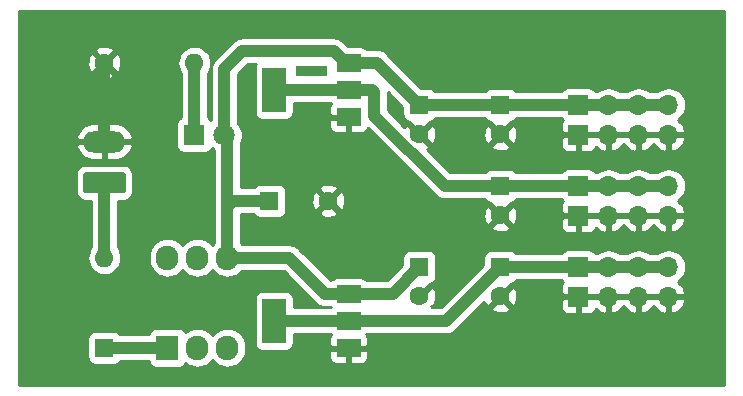
<source format=gbr>
G04 #@! TF.GenerationSoftware,KiCad,Pcbnew,5.1.3-ffb9f22~84~ubuntu18.04.1*
G04 #@! TF.CreationDate,2019-07-28T19:38:44+03:00*
G04 #@! TF.ProjectId,Power_switch,506f7765-725f-4737-9769-7463682e6b69,rev?*
G04 #@! TF.SameCoordinates,Original*
G04 #@! TF.FileFunction,Copper,L1,Top*
G04 #@! TF.FilePolarity,Positive*
%FSLAX46Y46*%
G04 Gerber Fmt 4.6, Leading zero omitted, Abs format (unit mm)*
G04 Created by KiCad (PCBNEW 5.1.3-ffb9f22~84~ubuntu18.04.1) date 2019-07-28 19:38:44*
%MOMM*%
%LPD*%
G04 APERTURE LIST*
%ADD10C,0.100000*%
%ADD11C,1.600000*%
%ADD12R,1.600000X1.600000*%
%ADD13O,1.700000X1.700000*%
%ADD14R,1.700000X1.700000*%
%ADD15R,2.000000X1.500000*%
%ADD16R,2.000000X3.800000*%
%ADD17O,1.900000X2.100000*%
%ADD18R,1.900000X2.100000*%
%ADD19O,1.600000X1.600000*%
%ADD20O,3.600000X1.800000*%
%ADD21C,1.800000*%
%ADD22R,1.800000X1.800000*%
%ADD23C,1.000000*%
%ADD24C,0.254000*%
G04 APERTURE END LIST*
D10*
G36*
X26670000Y26924000D02*
G01*
X24130000Y26924000D01*
X24130000Y27686000D01*
X26670000Y27686000D01*
X26670000Y26924000D01*
G37*
X26670000Y26924000D02*
X24130000Y26924000D01*
X24130000Y27686000D01*
X26670000Y27686000D01*
X26670000Y26924000D01*
D11*
X34544000Y21884000D03*
D12*
X34544000Y24384000D03*
D11*
X34544000Y8168000D03*
D12*
X34544000Y10668000D03*
D13*
X55626000Y14986000D03*
X53086000Y14986000D03*
X50546000Y14986000D03*
D14*
X48006000Y14986000D03*
D13*
X55626000Y21844000D03*
X53086000Y21844000D03*
X50546000Y21844000D03*
D14*
X48006000Y21844000D03*
D13*
X55626000Y17526000D03*
X53086000Y17526000D03*
X50546000Y17526000D03*
D14*
X48006000Y17526000D03*
D13*
X55626000Y10668000D03*
X53086000Y10668000D03*
X50546000Y10668000D03*
D14*
X48006000Y10668000D03*
D13*
X55626000Y24384000D03*
X53086000Y24384000D03*
X50546000Y24384000D03*
D14*
X48006000Y24384000D03*
D13*
X55626000Y8128000D03*
X53086000Y8128000D03*
X50546000Y8128000D03*
D14*
X48006000Y8128000D03*
D15*
X28550000Y3796000D03*
X28550000Y8396000D03*
X28550000Y6096000D03*
D16*
X22250000Y6096000D03*
D15*
X28550000Y23354000D03*
X28550000Y27954000D03*
X28550000Y25654000D03*
D16*
X22250000Y25654000D03*
D17*
X18288000Y11430000D03*
X18288000Y3810000D03*
X15748000Y11430000D03*
X15748000Y3810000D03*
X13208000Y11430000D03*
D18*
X13208000Y3810000D03*
D19*
X15494000Y27940000D03*
D11*
X7874000Y27940000D03*
D20*
X7874000Y21280000D03*
D10*
G36*
X9448504Y18678796D02*
G01*
X9472773Y18675196D01*
X9496571Y18669235D01*
X9519671Y18660970D01*
X9541849Y18650480D01*
X9562893Y18637867D01*
X9582598Y18623253D01*
X9600777Y18606777D01*
X9617253Y18588598D01*
X9631867Y18568893D01*
X9644480Y18547849D01*
X9654970Y18525671D01*
X9663235Y18502571D01*
X9669196Y18478773D01*
X9672796Y18454504D01*
X9674000Y18430000D01*
X9674000Y17130000D01*
X9672796Y17105496D01*
X9669196Y17081227D01*
X9663235Y17057429D01*
X9654970Y17034329D01*
X9644480Y17012151D01*
X9631867Y16991107D01*
X9617253Y16971402D01*
X9600777Y16953223D01*
X9582598Y16936747D01*
X9562893Y16922133D01*
X9541849Y16909520D01*
X9519671Y16899030D01*
X9496571Y16890765D01*
X9472773Y16884804D01*
X9448504Y16881204D01*
X9424000Y16880000D01*
X6324000Y16880000D01*
X6299496Y16881204D01*
X6275227Y16884804D01*
X6251429Y16890765D01*
X6228329Y16899030D01*
X6206151Y16909520D01*
X6185107Y16922133D01*
X6165402Y16936747D01*
X6147223Y16953223D01*
X6130747Y16971402D01*
X6116133Y16991107D01*
X6103520Y17012151D01*
X6093030Y17034329D01*
X6084765Y17057429D01*
X6078804Y17081227D01*
X6075204Y17105496D01*
X6074000Y17130000D01*
X6074000Y18430000D01*
X6075204Y18454504D01*
X6078804Y18478773D01*
X6084765Y18502571D01*
X6093030Y18525671D01*
X6103520Y18547849D01*
X6116133Y18568893D01*
X6130747Y18588598D01*
X6147223Y18606777D01*
X6165402Y18623253D01*
X6185107Y18637867D01*
X6206151Y18650480D01*
X6228329Y18660970D01*
X6251429Y18669235D01*
X6275227Y18675196D01*
X6299496Y18678796D01*
X6324000Y18680000D01*
X9424000Y18680000D01*
X9448504Y18678796D01*
X9448504Y18678796D01*
G37*
D21*
X7874000Y17780000D03*
X18034000Y21844000D03*
D22*
X15494000Y21844000D03*
D19*
X7874000Y11430000D03*
D12*
X7874000Y3810000D03*
D11*
X41402000Y21884000D03*
D12*
X41402000Y24384000D03*
D11*
X41402000Y8168000D03*
D12*
X41402000Y10668000D03*
D11*
X41402000Y15026000D03*
D12*
X41402000Y17526000D03*
D11*
X26844000Y16256000D03*
D12*
X21844000Y16256000D03*
D23*
X7874000Y27940000D02*
X7874000Y21280000D01*
X18288000Y21590000D02*
X18034000Y21844000D01*
X21844000Y16256000D02*
X18796000Y16256000D01*
X18796000Y16256000D02*
X18288000Y15748000D01*
X18288000Y11430000D02*
X18288000Y15748000D01*
X18288000Y15748000D02*
X18288000Y21590000D01*
X30974000Y27954000D02*
X34544000Y24384000D01*
X28550000Y27954000D02*
X30974000Y27954000D01*
X34544000Y24384000D02*
X55626000Y24384000D01*
X32272000Y8396000D02*
X34544000Y10668000D01*
X28550000Y8396000D02*
X32272000Y8396000D01*
X20238000Y11430000D02*
X18288000Y11430000D01*
X23516000Y11430000D02*
X20238000Y11430000D01*
X26550000Y8396000D02*
X23516000Y11430000D01*
X28550000Y8396000D02*
X26550000Y8396000D01*
X27298000Y28956000D02*
X28300000Y27954000D01*
X28300000Y27954000D02*
X28550000Y27954000D01*
X18034000Y21844000D02*
X18034000Y27432000D01*
X19558000Y28956000D02*
X27298000Y28956000D01*
X18034000Y27432000D02*
X19558000Y28956000D01*
X22250000Y25654000D02*
X28550000Y25654000D01*
X41402000Y17526000D02*
X55626000Y17526000D01*
X39602000Y17526000D02*
X41402000Y17526000D01*
X30734000Y23473998D02*
X36681998Y17526000D01*
X30734000Y25470000D02*
X30734000Y23473998D01*
X30550000Y25654000D02*
X30734000Y25470000D01*
X36681998Y17526000D02*
X39602000Y17526000D01*
X28550000Y25654000D02*
X30550000Y25654000D01*
X22250000Y6096000D02*
X28550000Y6096000D01*
X36830000Y6096000D02*
X41402000Y10668000D01*
X28550000Y6096000D02*
X36830000Y6096000D01*
X55626000Y10668000D02*
X41402000Y10668000D01*
X7874000Y17780000D02*
X7874000Y11430000D01*
X7874000Y3810000D02*
X13208000Y3810000D01*
X15494000Y27940000D02*
X15494000Y21844000D01*
D24*
G36*
X60300001Y660000D02*
G01*
X660000Y660000D01*
X660000Y4610000D01*
X6435928Y4610000D01*
X6435928Y3010000D01*
X6448188Y2885518D01*
X6484498Y2765820D01*
X6543463Y2655506D01*
X6622815Y2558815D01*
X6719506Y2479463D01*
X6829820Y2420498D01*
X6949518Y2384188D01*
X7074000Y2371928D01*
X8674000Y2371928D01*
X8798482Y2384188D01*
X8918180Y2420498D01*
X9028494Y2479463D01*
X9125185Y2558815D01*
X9204537Y2655506D01*
X9214957Y2675000D01*
X11628299Y2675000D01*
X11632188Y2635518D01*
X11668498Y2515820D01*
X11727463Y2405506D01*
X11806815Y2308815D01*
X11903506Y2229463D01*
X12013820Y2170498D01*
X12133518Y2134188D01*
X12258000Y2121928D01*
X14158000Y2121928D01*
X14282482Y2134188D01*
X14402180Y2170498D01*
X14512494Y2229463D01*
X14609185Y2308815D01*
X14688537Y2405506D01*
X14734440Y2491383D01*
X14863162Y2385744D01*
X15138513Y2238566D01*
X15437287Y2147934D01*
X15748000Y2117331D01*
X16058714Y2147934D01*
X16357488Y2238566D01*
X16632839Y2385744D01*
X16874187Y2583813D01*
X17018000Y2759050D01*
X17161813Y2583813D01*
X17403162Y2385744D01*
X17678513Y2238566D01*
X17977287Y2147934D01*
X18288000Y2117331D01*
X18598714Y2147934D01*
X18897488Y2238566D01*
X19172839Y2385744D01*
X19414187Y2583813D01*
X19612256Y2825161D01*
X19730296Y3046000D01*
X26911928Y3046000D01*
X26924188Y2921518D01*
X26960498Y2801820D01*
X27019463Y2691506D01*
X27098815Y2594815D01*
X27195506Y2515463D01*
X27305820Y2456498D01*
X27425518Y2420188D01*
X27550000Y2407928D01*
X28264250Y2411000D01*
X28423000Y2569750D01*
X28423000Y3669000D01*
X28677000Y3669000D01*
X28677000Y2569750D01*
X28835750Y2411000D01*
X29550000Y2407928D01*
X29674482Y2420188D01*
X29794180Y2456498D01*
X29904494Y2515463D01*
X30001185Y2594815D01*
X30080537Y2691506D01*
X30139502Y2801820D01*
X30175812Y2921518D01*
X30188072Y3046000D01*
X30185000Y3510250D01*
X30026250Y3669000D01*
X28677000Y3669000D01*
X28423000Y3669000D01*
X27073750Y3669000D01*
X26915000Y3510250D01*
X26911928Y3046000D01*
X19730296Y3046000D01*
X19759434Y3100513D01*
X19850066Y3399287D01*
X19873000Y3632137D01*
X19873000Y3987864D01*
X19850066Y4220714D01*
X19759434Y4519488D01*
X19612256Y4794839D01*
X19414187Y5036187D01*
X19172838Y5234256D01*
X18897487Y5381434D01*
X18598713Y5472066D01*
X18288000Y5502669D01*
X17977286Y5472066D01*
X17678512Y5381434D01*
X17403161Y5234256D01*
X17161813Y5036187D01*
X17018000Y4860950D01*
X16874187Y5036187D01*
X16632838Y5234256D01*
X16357487Y5381434D01*
X16058713Y5472066D01*
X15748000Y5502669D01*
X15437286Y5472066D01*
X15138512Y5381434D01*
X14863161Y5234256D01*
X14734440Y5128617D01*
X14688537Y5214494D01*
X14609185Y5311185D01*
X14512494Y5390537D01*
X14402180Y5449502D01*
X14282482Y5485812D01*
X14158000Y5498072D01*
X12258000Y5498072D01*
X12133518Y5485812D01*
X12013820Y5449502D01*
X11903506Y5390537D01*
X11806815Y5311185D01*
X11727463Y5214494D01*
X11668498Y5104180D01*
X11632188Y4984482D01*
X11628299Y4945000D01*
X9214957Y4945000D01*
X9204537Y4964494D01*
X9125185Y5061185D01*
X9028494Y5140537D01*
X8918180Y5199502D01*
X8798482Y5235812D01*
X8674000Y5248072D01*
X7074000Y5248072D01*
X6949518Y5235812D01*
X6829820Y5199502D01*
X6719506Y5140537D01*
X6622815Y5061185D01*
X6543463Y4964494D01*
X6484498Y4854180D01*
X6448188Y4734482D01*
X6435928Y4610000D01*
X660000Y4610000D01*
X660000Y18430000D01*
X5435928Y18430000D01*
X5435928Y17130000D01*
X5452992Y16956746D01*
X5503528Y16790150D01*
X5585595Y16636614D01*
X5696038Y16502038D01*
X5830614Y16391595D01*
X5984150Y16309528D01*
X6150746Y16258992D01*
X6324000Y16241928D01*
X6739000Y16241928D01*
X6739001Y12309003D01*
X6675068Y12231101D01*
X6541818Y11981808D01*
X6459764Y11711309D01*
X6432057Y11430000D01*
X6459764Y11148691D01*
X6541818Y10878192D01*
X6675068Y10628899D01*
X6854392Y10410392D01*
X7072899Y10231068D01*
X7322192Y10097818D01*
X7592691Y10015764D01*
X7803508Y9995000D01*
X7944492Y9995000D01*
X8155309Y10015764D01*
X8425808Y10097818D01*
X8675101Y10231068D01*
X8893608Y10410392D01*
X9072932Y10628899D01*
X9206182Y10878192D01*
X9288236Y11148691D01*
X9315943Y11430000D01*
X9298425Y11607863D01*
X11623000Y11607863D01*
X11623000Y11252136D01*
X11645934Y11019286D01*
X11736566Y10720512D01*
X11883744Y10445161D01*
X12081813Y10203813D01*
X12323162Y10005744D01*
X12598513Y9858566D01*
X12897287Y9767934D01*
X13208000Y9737331D01*
X13518714Y9767934D01*
X13817488Y9858566D01*
X14092839Y10005744D01*
X14334187Y10203813D01*
X14478000Y10379050D01*
X14621813Y10203813D01*
X14863162Y10005744D01*
X15138513Y9858566D01*
X15437287Y9767934D01*
X15748000Y9737331D01*
X16058714Y9767934D01*
X16357488Y9858566D01*
X16632839Y10005744D01*
X16874187Y10203813D01*
X17018000Y10379050D01*
X17161813Y10203813D01*
X17403162Y10005744D01*
X17678513Y9858566D01*
X17977287Y9767934D01*
X18288000Y9737331D01*
X18598714Y9767934D01*
X18897488Y9858566D01*
X19172839Y10005744D01*
X19414187Y10203813D01*
X19489022Y10295000D01*
X23045869Y10295000D01*
X25708009Y7632859D01*
X25743551Y7589551D01*
X25916377Y7447716D01*
X26049545Y7376537D01*
X26113553Y7342324D01*
X26327501Y7277423D01*
X26550000Y7255509D01*
X26605751Y7261000D01*
X27044499Y7261000D01*
X27056809Y7246000D01*
X27044499Y7231000D01*
X23888072Y7231000D01*
X23888072Y7996000D01*
X23875812Y8120482D01*
X23839502Y8240180D01*
X23780537Y8350494D01*
X23701185Y8447185D01*
X23604494Y8526537D01*
X23494180Y8585502D01*
X23374482Y8621812D01*
X23250000Y8634072D01*
X21250000Y8634072D01*
X21125518Y8621812D01*
X21005820Y8585502D01*
X20895506Y8526537D01*
X20798815Y8447185D01*
X20719463Y8350494D01*
X20660498Y8240180D01*
X20624188Y8120482D01*
X20611928Y7996000D01*
X20611928Y4196000D01*
X20624188Y4071518D01*
X20660498Y3951820D01*
X20719463Y3841506D01*
X20798815Y3744815D01*
X20895506Y3665463D01*
X21005820Y3606498D01*
X21125518Y3570188D01*
X21250000Y3557928D01*
X23250000Y3557928D01*
X23374482Y3570188D01*
X23494180Y3606498D01*
X23604494Y3665463D01*
X23701185Y3744815D01*
X23780537Y3841506D01*
X23839502Y3951820D01*
X23875812Y4071518D01*
X23888072Y4196000D01*
X23888072Y4961000D01*
X27044499Y4961000D01*
X27056809Y4946000D01*
X27019463Y4900494D01*
X26960498Y4790180D01*
X26924188Y4670482D01*
X26911928Y4546000D01*
X26915000Y4081750D01*
X27073750Y3923000D01*
X28423000Y3923000D01*
X28423000Y3943000D01*
X28677000Y3943000D01*
X28677000Y3923000D01*
X30026250Y3923000D01*
X30185000Y4081750D01*
X30188072Y4546000D01*
X30175812Y4670482D01*
X30139502Y4790180D01*
X30080537Y4900494D01*
X30043191Y4946000D01*
X30055501Y4961000D01*
X36774249Y4961000D01*
X36830000Y4955509D01*
X36885751Y4961000D01*
X36885752Y4961000D01*
X37052499Y4977423D01*
X37266447Y5042324D01*
X37463623Y5147716D01*
X37636449Y5289551D01*
X37671996Y5332865D01*
X39514429Y7175298D01*
X40588903Y7175298D01*
X40660486Y6931329D01*
X40915996Y6810429D01*
X41190184Y6741700D01*
X41472512Y6727783D01*
X41752130Y6769213D01*
X42018292Y6864397D01*
X42143514Y6931329D01*
X42215097Y7175298D01*
X42112395Y7278000D01*
X46517928Y7278000D01*
X46530188Y7153518D01*
X46566498Y7033820D01*
X46625463Y6923506D01*
X46704815Y6826815D01*
X46801506Y6747463D01*
X46911820Y6688498D01*
X47031518Y6652188D01*
X47156000Y6639928D01*
X47720250Y6643000D01*
X47879000Y6801750D01*
X47879000Y8001000D01*
X48133000Y8001000D01*
X48133000Y6801750D01*
X48291750Y6643000D01*
X48856000Y6639928D01*
X48980482Y6652188D01*
X49100180Y6688498D01*
X49210494Y6747463D01*
X49307185Y6826815D01*
X49386537Y6923506D01*
X49445502Y7033820D01*
X49469966Y7114466D01*
X49545731Y7030412D01*
X49779080Y6856359D01*
X50041901Y6731175D01*
X50189110Y6686524D01*
X50419000Y6807845D01*
X50419000Y8001000D01*
X50673000Y8001000D01*
X50673000Y6807845D01*
X50902890Y6686524D01*
X51050099Y6731175D01*
X51312920Y6856359D01*
X51546269Y7030412D01*
X51741178Y7246645D01*
X51816000Y7372255D01*
X51890822Y7246645D01*
X52085731Y7030412D01*
X52319080Y6856359D01*
X52581901Y6731175D01*
X52729110Y6686524D01*
X52959000Y6807845D01*
X52959000Y8001000D01*
X53213000Y8001000D01*
X53213000Y6807845D01*
X53442890Y6686524D01*
X53590099Y6731175D01*
X53852920Y6856359D01*
X54086269Y7030412D01*
X54281178Y7246645D01*
X54356000Y7372255D01*
X54430822Y7246645D01*
X54625731Y7030412D01*
X54859080Y6856359D01*
X55121901Y6731175D01*
X55269110Y6686524D01*
X55499000Y6807845D01*
X55499000Y8001000D01*
X55753000Y8001000D01*
X55753000Y6807845D01*
X55982890Y6686524D01*
X56130099Y6731175D01*
X56392920Y6856359D01*
X56626269Y7030412D01*
X56821178Y7246645D01*
X56970157Y7496748D01*
X57067481Y7771109D01*
X56946814Y8001000D01*
X55753000Y8001000D01*
X55499000Y8001000D01*
X53213000Y8001000D01*
X52959000Y8001000D01*
X50673000Y8001000D01*
X50419000Y8001000D01*
X48133000Y8001000D01*
X47879000Y8001000D01*
X46679750Y8001000D01*
X46521000Y7842250D01*
X46517928Y7278000D01*
X42112395Y7278000D01*
X41402000Y7988395D01*
X40588903Y7175298D01*
X39514429Y7175298D01*
X40043723Y7704592D01*
X40098397Y7551708D01*
X40165329Y7426486D01*
X40409298Y7354903D01*
X41222395Y8168000D01*
X41581605Y8168000D01*
X42394702Y7354903D01*
X42638671Y7426486D01*
X42759571Y7681996D01*
X42828300Y7956184D01*
X42842217Y8238512D01*
X42800787Y8518130D01*
X42705603Y8784292D01*
X42638671Y8909514D01*
X42394702Y8981097D01*
X41581605Y8168000D01*
X41222395Y8168000D01*
X41208253Y8182143D01*
X41387858Y8361748D01*
X41402000Y8347605D01*
X42215097Y9160702D01*
X42194785Y9229928D01*
X42202000Y9229928D01*
X42326482Y9242188D01*
X42446180Y9278498D01*
X42556494Y9337463D01*
X42653185Y9416815D01*
X42732537Y9513506D01*
X42742957Y9533000D01*
X46588317Y9533000D01*
X46625463Y9463506D01*
X46679222Y9398000D01*
X46625463Y9332494D01*
X46566498Y9222180D01*
X46530188Y9102482D01*
X46517928Y8978000D01*
X46521000Y8413750D01*
X46679750Y8255000D01*
X47879000Y8255000D01*
X47879000Y8275000D01*
X48133000Y8275000D01*
X48133000Y8255000D01*
X50419000Y8255000D01*
X50419000Y8275000D01*
X50673000Y8275000D01*
X50673000Y8255000D01*
X52959000Y8255000D01*
X52959000Y8275000D01*
X53213000Y8275000D01*
X53213000Y8255000D01*
X55499000Y8255000D01*
X55499000Y8275000D01*
X55753000Y8275000D01*
X55753000Y8255000D01*
X56946814Y8255000D01*
X57067481Y8484891D01*
X56970157Y8759252D01*
X56821178Y9009355D01*
X56626269Y9225588D01*
X56397244Y9396416D01*
X56455014Y9427294D01*
X56681134Y9612866D01*
X56866706Y9838986D01*
X57004599Y10096966D01*
X57089513Y10376889D01*
X57118185Y10668000D01*
X57089513Y10959111D01*
X57004599Y11239034D01*
X56866706Y11497014D01*
X56681134Y11723134D01*
X56455014Y11908706D01*
X56197034Y12046599D01*
X55917111Y12131513D01*
X55698950Y12153000D01*
X55553050Y12153000D01*
X55334889Y12131513D01*
X55054966Y12046599D01*
X54796986Y11908706D01*
X54668183Y11803000D01*
X54043817Y11803000D01*
X53915014Y11908706D01*
X53657034Y12046599D01*
X53377111Y12131513D01*
X53158950Y12153000D01*
X53013050Y12153000D01*
X52794889Y12131513D01*
X52514966Y12046599D01*
X52256986Y11908706D01*
X52128183Y11803000D01*
X51503817Y11803000D01*
X51375014Y11908706D01*
X51117034Y12046599D01*
X50837111Y12131513D01*
X50618950Y12153000D01*
X50473050Y12153000D01*
X50254889Y12131513D01*
X49974966Y12046599D01*
X49716986Y11908706D01*
X49588183Y11803000D01*
X49423683Y11803000D01*
X49386537Y11872494D01*
X49307185Y11969185D01*
X49210494Y12048537D01*
X49100180Y12107502D01*
X48980482Y12143812D01*
X48856000Y12156072D01*
X47156000Y12156072D01*
X47031518Y12143812D01*
X46911820Y12107502D01*
X46801506Y12048537D01*
X46704815Y11969185D01*
X46625463Y11872494D01*
X46588317Y11803000D01*
X42742957Y11803000D01*
X42732537Y11822494D01*
X42653185Y11919185D01*
X42556494Y11998537D01*
X42446180Y12057502D01*
X42326482Y12093812D01*
X42202000Y12106072D01*
X40602000Y12106072D01*
X40477518Y12093812D01*
X40357820Y12057502D01*
X40247506Y11998537D01*
X40150815Y11919185D01*
X40071463Y11822494D01*
X40012498Y11712180D01*
X39976188Y11592482D01*
X39963928Y11468000D01*
X39963928Y10835060D01*
X36359869Y7231000D01*
X35645347Y7231000D01*
X35652977Y7238630D01*
X35536704Y7354903D01*
X35780671Y7426486D01*
X35901571Y7681996D01*
X35970300Y7956184D01*
X35984217Y8238512D01*
X35942787Y8518130D01*
X35847603Y8784292D01*
X35780671Y8909514D01*
X35536702Y8981097D01*
X34723605Y8168000D01*
X34737748Y8153858D01*
X34558143Y7974253D01*
X34544000Y7988395D01*
X34529858Y7974253D01*
X34350253Y8153858D01*
X34364395Y8168000D01*
X34350253Y8182143D01*
X34529858Y8361748D01*
X34544000Y8347605D01*
X35357097Y9160702D01*
X35336785Y9229928D01*
X35344000Y9229928D01*
X35468482Y9242188D01*
X35588180Y9278498D01*
X35698494Y9337463D01*
X35795185Y9416815D01*
X35874537Y9513506D01*
X35933502Y9623820D01*
X35969812Y9743518D01*
X35982072Y9868000D01*
X35982072Y11468000D01*
X35969812Y11592482D01*
X35933502Y11712180D01*
X35874537Y11822494D01*
X35795185Y11919185D01*
X35698494Y11998537D01*
X35588180Y12057502D01*
X35468482Y12093812D01*
X35344000Y12106072D01*
X33744000Y12106072D01*
X33619518Y12093812D01*
X33499820Y12057502D01*
X33389506Y11998537D01*
X33292815Y11919185D01*
X33213463Y11822494D01*
X33154498Y11712180D01*
X33118188Y11592482D01*
X33105928Y11468000D01*
X33105928Y10835060D01*
X31801869Y9531000D01*
X30055501Y9531000D01*
X30001185Y9597185D01*
X29904494Y9676537D01*
X29794180Y9735502D01*
X29674482Y9771812D01*
X29550000Y9784072D01*
X27550000Y9784072D01*
X27425518Y9771812D01*
X27305820Y9735502D01*
X27195506Y9676537D01*
X27098815Y9597185D01*
X27044499Y9531000D01*
X27020132Y9531000D01*
X24357996Y12193135D01*
X24322449Y12236449D01*
X24149623Y12378284D01*
X23952447Y12483676D01*
X23738499Y12548577D01*
X23571752Y12565000D01*
X23571751Y12565000D01*
X23516000Y12570491D01*
X23460249Y12565000D01*
X19489022Y12565000D01*
X19423000Y12645448D01*
X19423000Y14033298D01*
X40588903Y14033298D01*
X40660486Y13789329D01*
X40915996Y13668429D01*
X41190184Y13599700D01*
X41472512Y13585783D01*
X41752130Y13627213D01*
X42018292Y13722397D01*
X42143514Y13789329D01*
X42215097Y14033298D01*
X42112395Y14136000D01*
X46517928Y14136000D01*
X46530188Y14011518D01*
X46566498Y13891820D01*
X46625463Y13781506D01*
X46704815Y13684815D01*
X46801506Y13605463D01*
X46911820Y13546498D01*
X47031518Y13510188D01*
X47156000Y13497928D01*
X47720250Y13501000D01*
X47879000Y13659750D01*
X47879000Y14859000D01*
X48133000Y14859000D01*
X48133000Y13659750D01*
X48291750Y13501000D01*
X48856000Y13497928D01*
X48980482Y13510188D01*
X49100180Y13546498D01*
X49210494Y13605463D01*
X49307185Y13684815D01*
X49386537Y13781506D01*
X49445502Y13891820D01*
X49469966Y13972466D01*
X49545731Y13888412D01*
X49779080Y13714359D01*
X50041901Y13589175D01*
X50189110Y13544524D01*
X50419000Y13665845D01*
X50419000Y14859000D01*
X50673000Y14859000D01*
X50673000Y13665845D01*
X50902890Y13544524D01*
X51050099Y13589175D01*
X51312920Y13714359D01*
X51546269Y13888412D01*
X51741178Y14104645D01*
X51816000Y14230255D01*
X51890822Y14104645D01*
X52085731Y13888412D01*
X52319080Y13714359D01*
X52581901Y13589175D01*
X52729110Y13544524D01*
X52959000Y13665845D01*
X52959000Y14859000D01*
X53213000Y14859000D01*
X53213000Y13665845D01*
X53442890Y13544524D01*
X53590099Y13589175D01*
X53852920Y13714359D01*
X54086269Y13888412D01*
X54281178Y14104645D01*
X54356000Y14230255D01*
X54430822Y14104645D01*
X54625731Y13888412D01*
X54859080Y13714359D01*
X55121901Y13589175D01*
X55269110Y13544524D01*
X55499000Y13665845D01*
X55499000Y14859000D01*
X55753000Y14859000D01*
X55753000Y13665845D01*
X55982890Y13544524D01*
X56130099Y13589175D01*
X56392920Y13714359D01*
X56626269Y13888412D01*
X56821178Y14104645D01*
X56970157Y14354748D01*
X57067481Y14629109D01*
X56946814Y14859000D01*
X55753000Y14859000D01*
X55499000Y14859000D01*
X53213000Y14859000D01*
X52959000Y14859000D01*
X50673000Y14859000D01*
X50419000Y14859000D01*
X48133000Y14859000D01*
X47879000Y14859000D01*
X46679750Y14859000D01*
X46521000Y14700250D01*
X46517928Y14136000D01*
X42112395Y14136000D01*
X41402000Y14846395D01*
X40588903Y14033298D01*
X19423000Y14033298D01*
X19423000Y15121000D01*
X20503043Y15121000D01*
X20513463Y15101506D01*
X20592815Y15004815D01*
X20689506Y14925463D01*
X20799820Y14866498D01*
X20919518Y14830188D01*
X21044000Y14817928D01*
X22644000Y14817928D01*
X22768482Y14830188D01*
X22888180Y14866498D01*
X22998494Y14925463D01*
X23095185Y15004815D01*
X23174537Y15101506D01*
X23233502Y15211820D01*
X23249117Y15263298D01*
X26030903Y15263298D01*
X26102486Y15019329D01*
X26357996Y14898429D01*
X26632184Y14829700D01*
X26914512Y14815783D01*
X27194130Y14857213D01*
X27460292Y14952397D01*
X27466074Y14955488D01*
X39961783Y14955488D01*
X40003213Y14675870D01*
X40098397Y14409708D01*
X40165329Y14284486D01*
X40409298Y14212903D01*
X41222395Y15026000D01*
X41581605Y15026000D01*
X42394702Y14212903D01*
X42638671Y14284486D01*
X42759571Y14539996D01*
X42828300Y14814184D01*
X42842217Y15096512D01*
X42800787Y15376130D01*
X42705603Y15642292D01*
X42638671Y15767514D01*
X42394702Y15839097D01*
X41581605Y15026000D01*
X41222395Y15026000D01*
X40409298Y15839097D01*
X40165329Y15767514D01*
X40044429Y15512004D01*
X39975700Y15237816D01*
X39961783Y14955488D01*
X27466074Y14955488D01*
X27585514Y15019329D01*
X27657097Y15263298D01*
X26844000Y16076395D01*
X26030903Y15263298D01*
X23249117Y15263298D01*
X23269812Y15331518D01*
X23282072Y15456000D01*
X23282072Y16185488D01*
X25403783Y16185488D01*
X25445213Y15905870D01*
X25540397Y15639708D01*
X25607329Y15514486D01*
X25851298Y15442903D01*
X26664395Y16256000D01*
X27023605Y16256000D01*
X27836702Y15442903D01*
X28080671Y15514486D01*
X28201571Y15769996D01*
X28270300Y16044184D01*
X28284217Y16326512D01*
X28242787Y16606130D01*
X28147603Y16872292D01*
X28080671Y16997514D01*
X27836702Y17069097D01*
X27023605Y16256000D01*
X26664395Y16256000D01*
X25851298Y17069097D01*
X25607329Y16997514D01*
X25486429Y16742004D01*
X25417700Y16467816D01*
X25403783Y16185488D01*
X23282072Y16185488D01*
X23282072Y17056000D01*
X23269812Y17180482D01*
X23249118Y17248702D01*
X26030903Y17248702D01*
X26844000Y16435605D01*
X27657097Y17248702D01*
X27585514Y17492671D01*
X27330004Y17613571D01*
X27055816Y17682300D01*
X26773488Y17696217D01*
X26493870Y17654787D01*
X26227708Y17559603D01*
X26102486Y17492671D01*
X26030903Y17248702D01*
X23249118Y17248702D01*
X23233502Y17300180D01*
X23174537Y17410494D01*
X23095185Y17507185D01*
X22998494Y17586537D01*
X22888180Y17645502D01*
X22768482Y17681812D01*
X22644000Y17694072D01*
X21044000Y17694072D01*
X20919518Y17681812D01*
X20799820Y17645502D01*
X20689506Y17586537D01*
X20592815Y17507185D01*
X20513463Y17410494D01*
X20503043Y17391000D01*
X19423000Y17391000D01*
X19423000Y21186195D01*
X19510011Y21396257D01*
X19569000Y21692816D01*
X19569000Y21995184D01*
X19510011Y22291743D01*
X19394299Y22571095D01*
X19372313Y22604000D01*
X26911928Y22604000D01*
X26924188Y22479518D01*
X26960498Y22359820D01*
X27019463Y22249506D01*
X27098815Y22152815D01*
X27195506Y22073463D01*
X27305820Y22014498D01*
X27425518Y21978188D01*
X27550000Y21965928D01*
X28264250Y21969000D01*
X28423000Y22127750D01*
X28423000Y23227000D01*
X27073750Y23227000D01*
X26915000Y23068250D01*
X26911928Y22604000D01*
X19372313Y22604000D01*
X19226312Y22822505D01*
X19169000Y22879817D01*
X19169000Y26961869D01*
X20028132Y27821000D01*
X20672696Y27821000D01*
X20660498Y27798180D01*
X20624188Y27678482D01*
X20611928Y27554000D01*
X20611928Y23754000D01*
X20624188Y23629518D01*
X20660498Y23509820D01*
X20719463Y23399506D01*
X20798815Y23302815D01*
X20895506Y23223463D01*
X21005820Y23164498D01*
X21125518Y23128188D01*
X21250000Y23115928D01*
X23250000Y23115928D01*
X23374482Y23128188D01*
X23494180Y23164498D01*
X23604494Y23223463D01*
X23701185Y23302815D01*
X23780537Y23399506D01*
X23839502Y23509820D01*
X23875812Y23629518D01*
X23888072Y23754000D01*
X23888072Y24519000D01*
X27044499Y24519000D01*
X27056809Y24504000D01*
X27019463Y24458494D01*
X26960498Y24348180D01*
X26924188Y24228482D01*
X26911928Y24104000D01*
X26915000Y23639750D01*
X27073750Y23481000D01*
X28423000Y23481000D01*
X28423000Y23501000D01*
X28677000Y23501000D01*
X28677000Y23481000D01*
X28697000Y23481000D01*
X28697000Y23227000D01*
X28677000Y23227000D01*
X28677000Y22127750D01*
X28835750Y21969000D01*
X29550000Y21965928D01*
X29674482Y21978188D01*
X29794180Y22014498D01*
X29904494Y22073463D01*
X30001185Y22152815D01*
X30080537Y22249506D01*
X30139502Y22359820D01*
X30163602Y22439265D01*
X35840007Y16762859D01*
X35875549Y16719551D01*
X36048375Y16577716D01*
X36245551Y16472324D01*
X36459499Y16407423D01*
X36626246Y16391000D01*
X36626255Y16391000D01*
X36681997Y16385510D01*
X36737739Y16391000D01*
X40061043Y16391000D01*
X40071463Y16371506D01*
X40150815Y16274815D01*
X40247506Y16195463D01*
X40357820Y16136498D01*
X40477518Y16100188D01*
X40602000Y16087928D01*
X40609215Y16087928D01*
X40588903Y16018702D01*
X41402000Y15205605D01*
X42215097Y16018702D01*
X42194785Y16087928D01*
X42202000Y16087928D01*
X42326482Y16100188D01*
X42446180Y16136498D01*
X42556494Y16195463D01*
X42653185Y16274815D01*
X42732537Y16371506D01*
X42742957Y16391000D01*
X46588317Y16391000D01*
X46625463Y16321506D01*
X46679222Y16256000D01*
X46625463Y16190494D01*
X46566498Y16080180D01*
X46530188Y15960482D01*
X46517928Y15836000D01*
X46521000Y15271750D01*
X46679750Y15113000D01*
X47879000Y15113000D01*
X47879000Y15133000D01*
X48133000Y15133000D01*
X48133000Y15113000D01*
X50419000Y15113000D01*
X50419000Y15133000D01*
X50673000Y15133000D01*
X50673000Y15113000D01*
X52959000Y15113000D01*
X52959000Y15133000D01*
X53213000Y15133000D01*
X53213000Y15113000D01*
X55499000Y15113000D01*
X55499000Y15133000D01*
X55753000Y15133000D01*
X55753000Y15113000D01*
X56946814Y15113000D01*
X57067481Y15342891D01*
X56970157Y15617252D01*
X56821178Y15867355D01*
X56626269Y16083588D01*
X56397244Y16254416D01*
X56455014Y16285294D01*
X56681134Y16470866D01*
X56866706Y16696986D01*
X57004599Y16954966D01*
X57089513Y17234889D01*
X57118185Y17526000D01*
X57089513Y17817111D01*
X57004599Y18097034D01*
X56866706Y18355014D01*
X56681134Y18581134D01*
X56455014Y18766706D01*
X56197034Y18904599D01*
X55917111Y18989513D01*
X55698950Y19011000D01*
X55553050Y19011000D01*
X55334889Y18989513D01*
X55054966Y18904599D01*
X54796986Y18766706D01*
X54668183Y18661000D01*
X54043817Y18661000D01*
X53915014Y18766706D01*
X53657034Y18904599D01*
X53377111Y18989513D01*
X53158950Y19011000D01*
X53013050Y19011000D01*
X52794889Y18989513D01*
X52514966Y18904599D01*
X52256986Y18766706D01*
X52128183Y18661000D01*
X51503817Y18661000D01*
X51375014Y18766706D01*
X51117034Y18904599D01*
X50837111Y18989513D01*
X50618950Y19011000D01*
X50473050Y19011000D01*
X50254889Y18989513D01*
X49974966Y18904599D01*
X49716986Y18766706D01*
X49588183Y18661000D01*
X49423683Y18661000D01*
X49386537Y18730494D01*
X49307185Y18827185D01*
X49210494Y18906537D01*
X49100180Y18965502D01*
X48980482Y19001812D01*
X48856000Y19014072D01*
X47156000Y19014072D01*
X47031518Y19001812D01*
X46911820Y18965502D01*
X46801506Y18906537D01*
X46704815Y18827185D01*
X46625463Y18730494D01*
X46588317Y18661000D01*
X42742957Y18661000D01*
X42732537Y18680494D01*
X42653185Y18777185D01*
X42556494Y18856537D01*
X42446180Y18915502D01*
X42326482Y18951812D01*
X42202000Y18964072D01*
X40602000Y18964072D01*
X40477518Y18951812D01*
X40357820Y18915502D01*
X40247506Y18856537D01*
X40150815Y18777185D01*
X40071463Y18680494D01*
X40061043Y18661000D01*
X37152130Y18661000D01*
X35207500Y20605630D01*
X35285514Y20647329D01*
X35357097Y20891298D01*
X40588903Y20891298D01*
X40660486Y20647329D01*
X40915996Y20526429D01*
X41190184Y20457700D01*
X41472512Y20443783D01*
X41752130Y20485213D01*
X42018292Y20580397D01*
X42143514Y20647329D01*
X42215097Y20891298D01*
X42112395Y20994000D01*
X46517928Y20994000D01*
X46530188Y20869518D01*
X46566498Y20749820D01*
X46625463Y20639506D01*
X46704815Y20542815D01*
X46801506Y20463463D01*
X46911820Y20404498D01*
X47031518Y20368188D01*
X47156000Y20355928D01*
X47720250Y20359000D01*
X47879000Y20517750D01*
X47879000Y21717000D01*
X48133000Y21717000D01*
X48133000Y20517750D01*
X48291750Y20359000D01*
X48856000Y20355928D01*
X48980482Y20368188D01*
X49100180Y20404498D01*
X49210494Y20463463D01*
X49307185Y20542815D01*
X49386537Y20639506D01*
X49445502Y20749820D01*
X49469966Y20830466D01*
X49545731Y20746412D01*
X49779080Y20572359D01*
X50041901Y20447175D01*
X50189110Y20402524D01*
X50419000Y20523845D01*
X50419000Y21717000D01*
X50673000Y21717000D01*
X50673000Y20523845D01*
X50902890Y20402524D01*
X51050099Y20447175D01*
X51312920Y20572359D01*
X51546269Y20746412D01*
X51741178Y20962645D01*
X51816000Y21088255D01*
X51890822Y20962645D01*
X52085731Y20746412D01*
X52319080Y20572359D01*
X52581901Y20447175D01*
X52729110Y20402524D01*
X52959000Y20523845D01*
X52959000Y21717000D01*
X53213000Y21717000D01*
X53213000Y20523845D01*
X53442890Y20402524D01*
X53590099Y20447175D01*
X53852920Y20572359D01*
X54086269Y20746412D01*
X54281178Y20962645D01*
X54356000Y21088255D01*
X54430822Y20962645D01*
X54625731Y20746412D01*
X54859080Y20572359D01*
X55121901Y20447175D01*
X55269110Y20402524D01*
X55499000Y20523845D01*
X55499000Y21717000D01*
X55753000Y21717000D01*
X55753000Y20523845D01*
X55982890Y20402524D01*
X56130099Y20447175D01*
X56392920Y20572359D01*
X56626269Y20746412D01*
X56821178Y20962645D01*
X56970157Y21212748D01*
X57067481Y21487109D01*
X56946814Y21717000D01*
X55753000Y21717000D01*
X55499000Y21717000D01*
X53213000Y21717000D01*
X52959000Y21717000D01*
X50673000Y21717000D01*
X50419000Y21717000D01*
X48133000Y21717000D01*
X47879000Y21717000D01*
X46679750Y21717000D01*
X46521000Y21558250D01*
X46517928Y20994000D01*
X42112395Y20994000D01*
X41402000Y21704395D01*
X40588903Y20891298D01*
X35357097Y20891298D01*
X34544000Y21704395D01*
X34529858Y21690253D01*
X34350253Y21869858D01*
X34364395Y21884000D01*
X34723605Y21884000D01*
X35536702Y21070903D01*
X35780671Y21142486D01*
X35901571Y21397996D01*
X35970300Y21672184D01*
X35977265Y21813488D01*
X39961783Y21813488D01*
X40003213Y21533870D01*
X40098397Y21267708D01*
X40165329Y21142486D01*
X40409298Y21070903D01*
X41222395Y21884000D01*
X41581605Y21884000D01*
X42394702Y21070903D01*
X42638671Y21142486D01*
X42759571Y21397996D01*
X42828300Y21672184D01*
X42842217Y21954512D01*
X42800787Y22234130D01*
X42705603Y22500292D01*
X42638671Y22625514D01*
X42394702Y22697097D01*
X41581605Y21884000D01*
X41222395Y21884000D01*
X40409298Y22697097D01*
X40165329Y22625514D01*
X40044429Y22370004D01*
X39975700Y22095816D01*
X39961783Y21813488D01*
X35977265Y21813488D01*
X35984217Y21954512D01*
X35942787Y22234130D01*
X35847603Y22500292D01*
X35780671Y22625514D01*
X35536702Y22697097D01*
X34723605Y21884000D01*
X34364395Y21884000D01*
X33551298Y22697097D01*
X33307329Y22625514D01*
X33268878Y22544251D01*
X31869000Y23944129D01*
X31869000Y25414259D01*
X31872551Y25450317D01*
X33105928Y24216940D01*
X33105928Y23584000D01*
X33118188Y23459518D01*
X33154498Y23339820D01*
X33213463Y23229506D01*
X33292815Y23132815D01*
X33389506Y23053463D01*
X33499820Y22994498D01*
X33619518Y22958188D01*
X33744000Y22945928D01*
X33751215Y22945928D01*
X33730903Y22876702D01*
X34544000Y22063605D01*
X35357097Y22876702D01*
X35336785Y22945928D01*
X35344000Y22945928D01*
X35468482Y22958188D01*
X35588180Y22994498D01*
X35698494Y23053463D01*
X35795185Y23132815D01*
X35874537Y23229506D01*
X35884957Y23249000D01*
X40061043Y23249000D01*
X40071463Y23229506D01*
X40150815Y23132815D01*
X40247506Y23053463D01*
X40357820Y22994498D01*
X40477518Y22958188D01*
X40602000Y22945928D01*
X40609215Y22945928D01*
X40588903Y22876702D01*
X41402000Y22063605D01*
X42215097Y22876702D01*
X42194785Y22945928D01*
X42202000Y22945928D01*
X42326482Y22958188D01*
X42446180Y22994498D01*
X42556494Y23053463D01*
X42653185Y23132815D01*
X42732537Y23229506D01*
X42742957Y23249000D01*
X46588317Y23249000D01*
X46625463Y23179506D01*
X46679222Y23114000D01*
X46625463Y23048494D01*
X46566498Y22938180D01*
X46530188Y22818482D01*
X46517928Y22694000D01*
X46521000Y22129750D01*
X46679750Y21971000D01*
X47879000Y21971000D01*
X47879000Y21991000D01*
X48133000Y21991000D01*
X48133000Y21971000D01*
X50419000Y21971000D01*
X50419000Y21991000D01*
X50673000Y21991000D01*
X50673000Y21971000D01*
X52959000Y21971000D01*
X52959000Y21991000D01*
X53213000Y21991000D01*
X53213000Y21971000D01*
X55499000Y21971000D01*
X55499000Y21991000D01*
X55753000Y21991000D01*
X55753000Y21971000D01*
X56946814Y21971000D01*
X57067481Y22200891D01*
X56970157Y22475252D01*
X56821178Y22725355D01*
X56626269Y22941588D01*
X56397244Y23112416D01*
X56455014Y23143294D01*
X56681134Y23328866D01*
X56866706Y23554986D01*
X57004599Y23812966D01*
X57089513Y24092889D01*
X57118185Y24384000D01*
X57089513Y24675111D01*
X57004599Y24955034D01*
X56866706Y25213014D01*
X56681134Y25439134D01*
X56455014Y25624706D01*
X56197034Y25762599D01*
X55917111Y25847513D01*
X55698950Y25869000D01*
X55553050Y25869000D01*
X55334889Y25847513D01*
X55054966Y25762599D01*
X54796986Y25624706D01*
X54668183Y25519000D01*
X54043817Y25519000D01*
X53915014Y25624706D01*
X53657034Y25762599D01*
X53377111Y25847513D01*
X53158950Y25869000D01*
X53013050Y25869000D01*
X52794889Y25847513D01*
X52514966Y25762599D01*
X52256986Y25624706D01*
X52128183Y25519000D01*
X51503817Y25519000D01*
X51375014Y25624706D01*
X51117034Y25762599D01*
X50837111Y25847513D01*
X50618950Y25869000D01*
X50473050Y25869000D01*
X50254889Y25847513D01*
X49974966Y25762599D01*
X49716986Y25624706D01*
X49588183Y25519000D01*
X49423683Y25519000D01*
X49386537Y25588494D01*
X49307185Y25685185D01*
X49210494Y25764537D01*
X49100180Y25823502D01*
X48980482Y25859812D01*
X48856000Y25872072D01*
X47156000Y25872072D01*
X47031518Y25859812D01*
X46911820Y25823502D01*
X46801506Y25764537D01*
X46704815Y25685185D01*
X46625463Y25588494D01*
X46588317Y25519000D01*
X42742957Y25519000D01*
X42732537Y25538494D01*
X42653185Y25635185D01*
X42556494Y25714537D01*
X42446180Y25773502D01*
X42326482Y25809812D01*
X42202000Y25822072D01*
X40602000Y25822072D01*
X40477518Y25809812D01*
X40357820Y25773502D01*
X40247506Y25714537D01*
X40150815Y25635185D01*
X40071463Y25538494D01*
X40061043Y25519000D01*
X35884957Y25519000D01*
X35874537Y25538494D01*
X35795185Y25635185D01*
X35698494Y25714537D01*
X35588180Y25773502D01*
X35468482Y25809812D01*
X35344000Y25822072D01*
X34711060Y25822072D01*
X31815996Y28717135D01*
X31780449Y28760449D01*
X31607623Y28902284D01*
X31410447Y29007676D01*
X31196499Y29072577D01*
X31029752Y29089000D01*
X31029751Y29089000D01*
X30974000Y29094491D01*
X30918249Y29089000D01*
X30055501Y29089000D01*
X30001185Y29155185D01*
X29904494Y29234537D01*
X29794180Y29293502D01*
X29674482Y29329812D01*
X29550000Y29342072D01*
X28517059Y29342072D01*
X28139996Y29719136D01*
X28104449Y29762449D01*
X27931623Y29904284D01*
X27734447Y30009676D01*
X27520499Y30074577D01*
X27353752Y30091000D01*
X27353751Y30091000D01*
X27298000Y30096491D01*
X27242249Y30091000D01*
X19613741Y30091000D01*
X19557999Y30096490D01*
X19502257Y30091000D01*
X19502248Y30091000D01*
X19335501Y30074577D01*
X19121553Y30009676D01*
X18924377Y29904284D01*
X18751551Y29762449D01*
X18716009Y29719140D01*
X17270860Y28273991D01*
X17227552Y28238449D01*
X17085717Y28065623D01*
X17048370Y27995751D01*
X16980324Y27868446D01*
X16915423Y27654498D01*
X16893509Y27432000D01*
X16899001Y27376239D01*
X16899000Y23129611D01*
X16845185Y23195185D01*
X16748494Y23274537D01*
X16638180Y23333502D01*
X16629000Y23336287D01*
X16629000Y27060998D01*
X16692932Y27138899D01*
X16826182Y27388192D01*
X16908236Y27658691D01*
X16935943Y27940000D01*
X16908236Y28221309D01*
X16826182Y28491808D01*
X16692932Y28741101D01*
X16513608Y28959608D01*
X16295101Y29138932D01*
X16045808Y29272182D01*
X15775309Y29354236D01*
X15564492Y29375000D01*
X15423508Y29375000D01*
X15212691Y29354236D01*
X14942192Y29272182D01*
X14692899Y29138932D01*
X14474392Y28959608D01*
X14295068Y28741101D01*
X14161818Y28491808D01*
X14079764Y28221309D01*
X14052057Y27940000D01*
X14079764Y27658691D01*
X14161818Y27388192D01*
X14295068Y27138899D01*
X14359000Y27060997D01*
X14359001Y23336287D01*
X14349820Y23333502D01*
X14239506Y23274537D01*
X14142815Y23195185D01*
X14063463Y23098494D01*
X14004498Y22988180D01*
X13968188Y22868482D01*
X13955928Y22744000D01*
X13955928Y20944000D01*
X13968188Y20819518D01*
X14004498Y20699820D01*
X14063463Y20589506D01*
X14142815Y20492815D01*
X14239506Y20413463D01*
X14349820Y20354498D01*
X14469518Y20318188D01*
X14594000Y20305928D01*
X16394000Y20305928D01*
X16518482Y20318188D01*
X16638180Y20354498D01*
X16748494Y20413463D01*
X16845185Y20492815D01*
X16924537Y20589506D01*
X16983502Y20699820D01*
X16989056Y20718127D01*
X17055495Y20651688D01*
X17153001Y20586537D01*
X17153000Y15803752D01*
X17147509Y15748000D01*
X17153000Y15692249D01*
X17153001Y15692239D01*
X17153000Y12645449D01*
X17018000Y12480950D01*
X16874187Y12656187D01*
X16632838Y12854256D01*
X16357487Y13001434D01*
X16058713Y13092066D01*
X15748000Y13122669D01*
X15437286Y13092066D01*
X15138512Y13001434D01*
X14863161Y12854256D01*
X14621813Y12656187D01*
X14478000Y12480950D01*
X14334187Y12656187D01*
X14092838Y12854256D01*
X13817487Y13001434D01*
X13518713Y13092066D01*
X13208000Y13122669D01*
X12897286Y13092066D01*
X12598512Y13001434D01*
X12323161Y12854256D01*
X12081813Y12656187D01*
X11883744Y12414838D01*
X11736566Y12139487D01*
X11645934Y11840713D01*
X11623000Y11607863D01*
X9298425Y11607863D01*
X9288236Y11711309D01*
X9206182Y11981808D01*
X9072932Y12231101D01*
X9009000Y12309002D01*
X9009000Y16241928D01*
X9424000Y16241928D01*
X9597254Y16258992D01*
X9763850Y16309528D01*
X9917386Y16391595D01*
X10051962Y16502038D01*
X10162405Y16636614D01*
X10244472Y16790150D01*
X10295008Y16956746D01*
X10312072Y17130000D01*
X10312072Y18430000D01*
X10295008Y18603254D01*
X10244472Y18769850D01*
X10162405Y18923386D01*
X10051962Y19057962D01*
X9917386Y19168405D01*
X9763850Y19250472D01*
X9597254Y19301008D01*
X9424000Y19318072D01*
X6324000Y19318072D01*
X6150746Y19301008D01*
X5984150Y19250472D01*
X5830614Y19168405D01*
X5696038Y19057962D01*
X5585595Y18923386D01*
X5503528Y18769850D01*
X5452992Y18603254D01*
X5435928Y18430000D01*
X660000Y18430000D01*
X660000Y20915260D01*
X5482964Y20915260D01*
X5507245Y20809913D01*
X5627138Y20532796D01*
X5798790Y20284394D01*
X6015604Y20074252D01*
X6269249Y19910446D01*
X6549977Y19799271D01*
X6847000Y19745000D01*
X7747000Y19745000D01*
X7747000Y21153000D01*
X8001000Y21153000D01*
X8001000Y19745000D01*
X8901000Y19745000D01*
X9198023Y19799271D01*
X9478751Y19910446D01*
X9732396Y20074252D01*
X9949210Y20284394D01*
X10120862Y20532796D01*
X10240755Y20809913D01*
X10265036Y20915260D01*
X10144378Y21153000D01*
X8001000Y21153000D01*
X7747000Y21153000D01*
X5603622Y21153000D01*
X5482964Y20915260D01*
X660000Y20915260D01*
X660000Y21644740D01*
X5482964Y21644740D01*
X5603622Y21407000D01*
X7747000Y21407000D01*
X7747000Y22815000D01*
X8001000Y22815000D01*
X8001000Y21407000D01*
X10144378Y21407000D01*
X10265036Y21644740D01*
X10240755Y21750087D01*
X10120862Y22027204D01*
X9949210Y22275606D01*
X9732396Y22485748D01*
X9478751Y22649554D01*
X9198023Y22760729D01*
X8901000Y22815000D01*
X8001000Y22815000D01*
X7747000Y22815000D01*
X6847000Y22815000D01*
X6549977Y22760729D01*
X6269249Y22649554D01*
X6015604Y22485748D01*
X5798790Y22275606D01*
X5627138Y22027204D01*
X5507245Y21750087D01*
X5482964Y21644740D01*
X660000Y21644740D01*
X660000Y26947298D01*
X7060903Y26947298D01*
X7132486Y26703329D01*
X7387996Y26582429D01*
X7662184Y26513700D01*
X7944512Y26499783D01*
X8224130Y26541213D01*
X8490292Y26636397D01*
X8615514Y26703329D01*
X8687097Y26947298D01*
X7874000Y27760395D01*
X7060903Y26947298D01*
X660000Y26947298D01*
X660000Y27869488D01*
X6433783Y27869488D01*
X6475213Y27589870D01*
X6570397Y27323708D01*
X6637329Y27198486D01*
X6881298Y27126903D01*
X7694395Y27940000D01*
X8053605Y27940000D01*
X8866702Y27126903D01*
X9110671Y27198486D01*
X9231571Y27453996D01*
X9300300Y27728184D01*
X9314217Y28010512D01*
X9272787Y28290130D01*
X9177603Y28556292D01*
X9110671Y28681514D01*
X8866702Y28753097D01*
X8053605Y27940000D01*
X7694395Y27940000D01*
X6881298Y28753097D01*
X6637329Y28681514D01*
X6516429Y28426004D01*
X6447700Y28151816D01*
X6433783Y27869488D01*
X660000Y27869488D01*
X660000Y28932702D01*
X7060903Y28932702D01*
X7874000Y28119605D01*
X8687097Y28932702D01*
X8615514Y29176671D01*
X8360004Y29297571D01*
X8085816Y29366300D01*
X7803488Y29380217D01*
X7523870Y29338787D01*
X7257708Y29243603D01*
X7132486Y29176671D01*
X7060903Y28932702D01*
X660000Y28932702D01*
X660000Y32360000D01*
X60300000Y32360000D01*
X60300001Y660000D01*
X60300001Y660000D01*
G37*
X60300001Y660000D02*
X660000Y660000D01*
X660000Y4610000D01*
X6435928Y4610000D01*
X6435928Y3010000D01*
X6448188Y2885518D01*
X6484498Y2765820D01*
X6543463Y2655506D01*
X6622815Y2558815D01*
X6719506Y2479463D01*
X6829820Y2420498D01*
X6949518Y2384188D01*
X7074000Y2371928D01*
X8674000Y2371928D01*
X8798482Y2384188D01*
X8918180Y2420498D01*
X9028494Y2479463D01*
X9125185Y2558815D01*
X9204537Y2655506D01*
X9214957Y2675000D01*
X11628299Y2675000D01*
X11632188Y2635518D01*
X11668498Y2515820D01*
X11727463Y2405506D01*
X11806815Y2308815D01*
X11903506Y2229463D01*
X12013820Y2170498D01*
X12133518Y2134188D01*
X12258000Y2121928D01*
X14158000Y2121928D01*
X14282482Y2134188D01*
X14402180Y2170498D01*
X14512494Y2229463D01*
X14609185Y2308815D01*
X14688537Y2405506D01*
X14734440Y2491383D01*
X14863162Y2385744D01*
X15138513Y2238566D01*
X15437287Y2147934D01*
X15748000Y2117331D01*
X16058714Y2147934D01*
X16357488Y2238566D01*
X16632839Y2385744D01*
X16874187Y2583813D01*
X17018000Y2759050D01*
X17161813Y2583813D01*
X17403162Y2385744D01*
X17678513Y2238566D01*
X17977287Y2147934D01*
X18288000Y2117331D01*
X18598714Y2147934D01*
X18897488Y2238566D01*
X19172839Y2385744D01*
X19414187Y2583813D01*
X19612256Y2825161D01*
X19730296Y3046000D01*
X26911928Y3046000D01*
X26924188Y2921518D01*
X26960498Y2801820D01*
X27019463Y2691506D01*
X27098815Y2594815D01*
X27195506Y2515463D01*
X27305820Y2456498D01*
X27425518Y2420188D01*
X27550000Y2407928D01*
X28264250Y2411000D01*
X28423000Y2569750D01*
X28423000Y3669000D01*
X28677000Y3669000D01*
X28677000Y2569750D01*
X28835750Y2411000D01*
X29550000Y2407928D01*
X29674482Y2420188D01*
X29794180Y2456498D01*
X29904494Y2515463D01*
X30001185Y2594815D01*
X30080537Y2691506D01*
X30139502Y2801820D01*
X30175812Y2921518D01*
X30188072Y3046000D01*
X30185000Y3510250D01*
X30026250Y3669000D01*
X28677000Y3669000D01*
X28423000Y3669000D01*
X27073750Y3669000D01*
X26915000Y3510250D01*
X26911928Y3046000D01*
X19730296Y3046000D01*
X19759434Y3100513D01*
X19850066Y3399287D01*
X19873000Y3632137D01*
X19873000Y3987864D01*
X19850066Y4220714D01*
X19759434Y4519488D01*
X19612256Y4794839D01*
X19414187Y5036187D01*
X19172838Y5234256D01*
X18897487Y5381434D01*
X18598713Y5472066D01*
X18288000Y5502669D01*
X17977286Y5472066D01*
X17678512Y5381434D01*
X17403161Y5234256D01*
X17161813Y5036187D01*
X17018000Y4860950D01*
X16874187Y5036187D01*
X16632838Y5234256D01*
X16357487Y5381434D01*
X16058713Y5472066D01*
X15748000Y5502669D01*
X15437286Y5472066D01*
X15138512Y5381434D01*
X14863161Y5234256D01*
X14734440Y5128617D01*
X14688537Y5214494D01*
X14609185Y5311185D01*
X14512494Y5390537D01*
X14402180Y5449502D01*
X14282482Y5485812D01*
X14158000Y5498072D01*
X12258000Y5498072D01*
X12133518Y5485812D01*
X12013820Y5449502D01*
X11903506Y5390537D01*
X11806815Y5311185D01*
X11727463Y5214494D01*
X11668498Y5104180D01*
X11632188Y4984482D01*
X11628299Y4945000D01*
X9214957Y4945000D01*
X9204537Y4964494D01*
X9125185Y5061185D01*
X9028494Y5140537D01*
X8918180Y5199502D01*
X8798482Y5235812D01*
X8674000Y5248072D01*
X7074000Y5248072D01*
X6949518Y5235812D01*
X6829820Y5199502D01*
X6719506Y5140537D01*
X6622815Y5061185D01*
X6543463Y4964494D01*
X6484498Y4854180D01*
X6448188Y4734482D01*
X6435928Y4610000D01*
X660000Y4610000D01*
X660000Y18430000D01*
X5435928Y18430000D01*
X5435928Y17130000D01*
X5452992Y16956746D01*
X5503528Y16790150D01*
X5585595Y16636614D01*
X5696038Y16502038D01*
X5830614Y16391595D01*
X5984150Y16309528D01*
X6150746Y16258992D01*
X6324000Y16241928D01*
X6739000Y16241928D01*
X6739001Y12309003D01*
X6675068Y12231101D01*
X6541818Y11981808D01*
X6459764Y11711309D01*
X6432057Y11430000D01*
X6459764Y11148691D01*
X6541818Y10878192D01*
X6675068Y10628899D01*
X6854392Y10410392D01*
X7072899Y10231068D01*
X7322192Y10097818D01*
X7592691Y10015764D01*
X7803508Y9995000D01*
X7944492Y9995000D01*
X8155309Y10015764D01*
X8425808Y10097818D01*
X8675101Y10231068D01*
X8893608Y10410392D01*
X9072932Y10628899D01*
X9206182Y10878192D01*
X9288236Y11148691D01*
X9315943Y11430000D01*
X9298425Y11607863D01*
X11623000Y11607863D01*
X11623000Y11252136D01*
X11645934Y11019286D01*
X11736566Y10720512D01*
X11883744Y10445161D01*
X12081813Y10203813D01*
X12323162Y10005744D01*
X12598513Y9858566D01*
X12897287Y9767934D01*
X13208000Y9737331D01*
X13518714Y9767934D01*
X13817488Y9858566D01*
X14092839Y10005744D01*
X14334187Y10203813D01*
X14478000Y10379050D01*
X14621813Y10203813D01*
X14863162Y10005744D01*
X15138513Y9858566D01*
X15437287Y9767934D01*
X15748000Y9737331D01*
X16058714Y9767934D01*
X16357488Y9858566D01*
X16632839Y10005744D01*
X16874187Y10203813D01*
X17018000Y10379050D01*
X17161813Y10203813D01*
X17403162Y10005744D01*
X17678513Y9858566D01*
X17977287Y9767934D01*
X18288000Y9737331D01*
X18598714Y9767934D01*
X18897488Y9858566D01*
X19172839Y10005744D01*
X19414187Y10203813D01*
X19489022Y10295000D01*
X23045869Y10295000D01*
X25708009Y7632859D01*
X25743551Y7589551D01*
X25916377Y7447716D01*
X26049545Y7376537D01*
X26113553Y7342324D01*
X26327501Y7277423D01*
X26550000Y7255509D01*
X26605751Y7261000D01*
X27044499Y7261000D01*
X27056809Y7246000D01*
X27044499Y7231000D01*
X23888072Y7231000D01*
X23888072Y7996000D01*
X23875812Y8120482D01*
X23839502Y8240180D01*
X23780537Y8350494D01*
X23701185Y8447185D01*
X23604494Y8526537D01*
X23494180Y8585502D01*
X23374482Y8621812D01*
X23250000Y8634072D01*
X21250000Y8634072D01*
X21125518Y8621812D01*
X21005820Y8585502D01*
X20895506Y8526537D01*
X20798815Y8447185D01*
X20719463Y8350494D01*
X20660498Y8240180D01*
X20624188Y8120482D01*
X20611928Y7996000D01*
X20611928Y4196000D01*
X20624188Y4071518D01*
X20660498Y3951820D01*
X20719463Y3841506D01*
X20798815Y3744815D01*
X20895506Y3665463D01*
X21005820Y3606498D01*
X21125518Y3570188D01*
X21250000Y3557928D01*
X23250000Y3557928D01*
X23374482Y3570188D01*
X23494180Y3606498D01*
X23604494Y3665463D01*
X23701185Y3744815D01*
X23780537Y3841506D01*
X23839502Y3951820D01*
X23875812Y4071518D01*
X23888072Y4196000D01*
X23888072Y4961000D01*
X27044499Y4961000D01*
X27056809Y4946000D01*
X27019463Y4900494D01*
X26960498Y4790180D01*
X26924188Y4670482D01*
X26911928Y4546000D01*
X26915000Y4081750D01*
X27073750Y3923000D01*
X28423000Y3923000D01*
X28423000Y3943000D01*
X28677000Y3943000D01*
X28677000Y3923000D01*
X30026250Y3923000D01*
X30185000Y4081750D01*
X30188072Y4546000D01*
X30175812Y4670482D01*
X30139502Y4790180D01*
X30080537Y4900494D01*
X30043191Y4946000D01*
X30055501Y4961000D01*
X36774249Y4961000D01*
X36830000Y4955509D01*
X36885751Y4961000D01*
X36885752Y4961000D01*
X37052499Y4977423D01*
X37266447Y5042324D01*
X37463623Y5147716D01*
X37636449Y5289551D01*
X37671996Y5332865D01*
X39514429Y7175298D01*
X40588903Y7175298D01*
X40660486Y6931329D01*
X40915996Y6810429D01*
X41190184Y6741700D01*
X41472512Y6727783D01*
X41752130Y6769213D01*
X42018292Y6864397D01*
X42143514Y6931329D01*
X42215097Y7175298D01*
X42112395Y7278000D01*
X46517928Y7278000D01*
X46530188Y7153518D01*
X46566498Y7033820D01*
X46625463Y6923506D01*
X46704815Y6826815D01*
X46801506Y6747463D01*
X46911820Y6688498D01*
X47031518Y6652188D01*
X47156000Y6639928D01*
X47720250Y6643000D01*
X47879000Y6801750D01*
X47879000Y8001000D01*
X48133000Y8001000D01*
X48133000Y6801750D01*
X48291750Y6643000D01*
X48856000Y6639928D01*
X48980482Y6652188D01*
X49100180Y6688498D01*
X49210494Y6747463D01*
X49307185Y6826815D01*
X49386537Y6923506D01*
X49445502Y7033820D01*
X49469966Y7114466D01*
X49545731Y7030412D01*
X49779080Y6856359D01*
X50041901Y6731175D01*
X50189110Y6686524D01*
X50419000Y6807845D01*
X50419000Y8001000D01*
X50673000Y8001000D01*
X50673000Y6807845D01*
X50902890Y6686524D01*
X51050099Y6731175D01*
X51312920Y6856359D01*
X51546269Y7030412D01*
X51741178Y7246645D01*
X51816000Y7372255D01*
X51890822Y7246645D01*
X52085731Y7030412D01*
X52319080Y6856359D01*
X52581901Y6731175D01*
X52729110Y6686524D01*
X52959000Y6807845D01*
X52959000Y8001000D01*
X53213000Y8001000D01*
X53213000Y6807845D01*
X53442890Y6686524D01*
X53590099Y6731175D01*
X53852920Y6856359D01*
X54086269Y7030412D01*
X54281178Y7246645D01*
X54356000Y7372255D01*
X54430822Y7246645D01*
X54625731Y7030412D01*
X54859080Y6856359D01*
X55121901Y6731175D01*
X55269110Y6686524D01*
X55499000Y6807845D01*
X55499000Y8001000D01*
X55753000Y8001000D01*
X55753000Y6807845D01*
X55982890Y6686524D01*
X56130099Y6731175D01*
X56392920Y6856359D01*
X56626269Y7030412D01*
X56821178Y7246645D01*
X56970157Y7496748D01*
X57067481Y7771109D01*
X56946814Y8001000D01*
X55753000Y8001000D01*
X55499000Y8001000D01*
X53213000Y8001000D01*
X52959000Y8001000D01*
X50673000Y8001000D01*
X50419000Y8001000D01*
X48133000Y8001000D01*
X47879000Y8001000D01*
X46679750Y8001000D01*
X46521000Y7842250D01*
X46517928Y7278000D01*
X42112395Y7278000D01*
X41402000Y7988395D01*
X40588903Y7175298D01*
X39514429Y7175298D01*
X40043723Y7704592D01*
X40098397Y7551708D01*
X40165329Y7426486D01*
X40409298Y7354903D01*
X41222395Y8168000D01*
X41581605Y8168000D01*
X42394702Y7354903D01*
X42638671Y7426486D01*
X42759571Y7681996D01*
X42828300Y7956184D01*
X42842217Y8238512D01*
X42800787Y8518130D01*
X42705603Y8784292D01*
X42638671Y8909514D01*
X42394702Y8981097D01*
X41581605Y8168000D01*
X41222395Y8168000D01*
X41208253Y8182143D01*
X41387858Y8361748D01*
X41402000Y8347605D01*
X42215097Y9160702D01*
X42194785Y9229928D01*
X42202000Y9229928D01*
X42326482Y9242188D01*
X42446180Y9278498D01*
X42556494Y9337463D01*
X42653185Y9416815D01*
X42732537Y9513506D01*
X42742957Y9533000D01*
X46588317Y9533000D01*
X46625463Y9463506D01*
X46679222Y9398000D01*
X46625463Y9332494D01*
X46566498Y9222180D01*
X46530188Y9102482D01*
X46517928Y8978000D01*
X46521000Y8413750D01*
X46679750Y8255000D01*
X47879000Y8255000D01*
X47879000Y8275000D01*
X48133000Y8275000D01*
X48133000Y8255000D01*
X50419000Y8255000D01*
X50419000Y8275000D01*
X50673000Y8275000D01*
X50673000Y8255000D01*
X52959000Y8255000D01*
X52959000Y8275000D01*
X53213000Y8275000D01*
X53213000Y8255000D01*
X55499000Y8255000D01*
X55499000Y8275000D01*
X55753000Y8275000D01*
X55753000Y8255000D01*
X56946814Y8255000D01*
X57067481Y8484891D01*
X56970157Y8759252D01*
X56821178Y9009355D01*
X56626269Y9225588D01*
X56397244Y9396416D01*
X56455014Y9427294D01*
X56681134Y9612866D01*
X56866706Y9838986D01*
X57004599Y10096966D01*
X57089513Y10376889D01*
X57118185Y10668000D01*
X57089513Y10959111D01*
X57004599Y11239034D01*
X56866706Y11497014D01*
X56681134Y11723134D01*
X56455014Y11908706D01*
X56197034Y12046599D01*
X55917111Y12131513D01*
X55698950Y12153000D01*
X55553050Y12153000D01*
X55334889Y12131513D01*
X55054966Y12046599D01*
X54796986Y11908706D01*
X54668183Y11803000D01*
X54043817Y11803000D01*
X53915014Y11908706D01*
X53657034Y12046599D01*
X53377111Y12131513D01*
X53158950Y12153000D01*
X53013050Y12153000D01*
X52794889Y12131513D01*
X52514966Y12046599D01*
X52256986Y11908706D01*
X52128183Y11803000D01*
X51503817Y11803000D01*
X51375014Y11908706D01*
X51117034Y12046599D01*
X50837111Y12131513D01*
X50618950Y12153000D01*
X50473050Y12153000D01*
X50254889Y12131513D01*
X49974966Y12046599D01*
X49716986Y11908706D01*
X49588183Y11803000D01*
X49423683Y11803000D01*
X49386537Y11872494D01*
X49307185Y11969185D01*
X49210494Y12048537D01*
X49100180Y12107502D01*
X48980482Y12143812D01*
X48856000Y12156072D01*
X47156000Y12156072D01*
X47031518Y12143812D01*
X46911820Y12107502D01*
X46801506Y12048537D01*
X46704815Y11969185D01*
X46625463Y11872494D01*
X46588317Y11803000D01*
X42742957Y11803000D01*
X42732537Y11822494D01*
X42653185Y11919185D01*
X42556494Y11998537D01*
X42446180Y12057502D01*
X42326482Y12093812D01*
X42202000Y12106072D01*
X40602000Y12106072D01*
X40477518Y12093812D01*
X40357820Y12057502D01*
X40247506Y11998537D01*
X40150815Y11919185D01*
X40071463Y11822494D01*
X40012498Y11712180D01*
X39976188Y11592482D01*
X39963928Y11468000D01*
X39963928Y10835060D01*
X36359869Y7231000D01*
X35645347Y7231000D01*
X35652977Y7238630D01*
X35536704Y7354903D01*
X35780671Y7426486D01*
X35901571Y7681996D01*
X35970300Y7956184D01*
X35984217Y8238512D01*
X35942787Y8518130D01*
X35847603Y8784292D01*
X35780671Y8909514D01*
X35536702Y8981097D01*
X34723605Y8168000D01*
X34737748Y8153858D01*
X34558143Y7974253D01*
X34544000Y7988395D01*
X34529858Y7974253D01*
X34350253Y8153858D01*
X34364395Y8168000D01*
X34350253Y8182143D01*
X34529858Y8361748D01*
X34544000Y8347605D01*
X35357097Y9160702D01*
X35336785Y9229928D01*
X35344000Y9229928D01*
X35468482Y9242188D01*
X35588180Y9278498D01*
X35698494Y9337463D01*
X35795185Y9416815D01*
X35874537Y9513506D01*
X35933502Y9623820D01*
X35969812Y9743518D01*
X35982072Y9868000D01*
X35982072Y11468000D01*
X35969812Y11592482D01*
X35933502Y11712180D01*
X35874537Y11822494D01*
X35795185Y11919185D01*
X35698494Y11998537D01*
X35588180Y12057502D01*
X35468482Y12093812D01*
X35344000Y12106072D01*
X33744000Y12106072D01*
X33619518Y12093812D01*
X33499820Y12057502D01*
X33389506Y11998537D01*
X33292815Y11919185D01*
X33213463Y11822494D01*
X33154498Y11712180D01*
X33118188Y11592482D01*
X33105928Y11468000D01*
X33105928Y10835060D01*
X31801869Y9531000D01*
X30055501Y9531000D01*
X30001185Y9597185D01*
X29904494Y9676537D01*
X29794180Y9735502D01*
X29674482Y9771812D01*
X29550000Y9784072D01*
X27550000Y9784072D01*
X27425518Y9771812D01*
X27305820Y9735502D01*
X27195506Y9676537D01*
X27098815Y9597185D01*
X27044499Y9531000D01*
X27020132Y9531000D01*
X24357996Y12193135D01*
X24322449Y12236449D01*
X24149623Y12378284D01*
X23952447Y12483676D01*
X23738499Y12548577D01*
X23571752Y12565000D01*
X23571751Y12565000D01*
X23516000Y12570491D01*
X23460249Y12565000D01*
X19489022Y12565000D01*
X19423000Y12645448D01*
X19423000Y14033298D01*
X40588903Y14033298D01*
X40660486Y13789329D01*
X40915996Y13668429D01*
X41190184Y13599700D01*
X41472512Y13585783D01*
X41752130Y13627213D01*
X42018292Y13722397D01*
X42143514Y13789329D01*
X42215097Y14033298D01*
X42112395Y14136000D01*
X46517928Y14136000D01*
X46530188Y14011518D01*
X46566498Y13891820D01*
X46625463Y13781506D01*
X46704815Y13684815D01*
X46801506Y13605463D01*
X46911820Y13546498D01*
X47031518Y13510188D01*
X47156000Y13497928D01*
X47720250Y13501000D01*
X47879000Y13659750D01*
X47879000Y14859000D01*
X48133000Y14859000D01*
X48133000Y13659750D01*
X48291750Y13501000D01*
X48856000Y13497928D01*
X48980482Y13510188D01*
X49100180Y13546498D01*
X49210494Y13605463D01*
X49307185Y13684815D01*
X49386537Y13781506D01*
X49445502Y13891820D01*
X49469966Y13972466D01*
X49545731Y13888412D01*
X49779080Y13714359D01*
X50041901Y13589175D01*
X50189110Y13544524D01*
X50419000Y13665845D01*
X50419000Y14859000D01*
X50673000Y14859000D01*
X50673000Y13665845D01*
X50902890Y13544524D01*
X51050099Y13589175D01*
X51312920Y13714359D01*
X51546269Y13888412D01*
X51741178Y14104645D01*
X51816000Y14230255D01*
X51890822Y14104645D01*
X52085731Y13888412D01*
X52319080Y13714359D01*
X52581901Y13589175D01*
X52729110Y13544524D01*
X52959000Y13665845D01*
X52959000Y14859000D01*
X53213000Y14859000D01*
X53213000Y13665845D01*
X53442890Y13544524D01*
X53590099Y13589175D01*
X53852920Y13714359D01*
X54086269Y13888412D01*
X54281178Y14104645D01*
X54356000Y14230255D01*
X54430822Y14104645D01*
X54625731Y13888412D01*
X54859080Y13714359D01*
X55121901Y13589175D01*
X55269110Y13544524D01*
X55499000Y13665845D01*
X55499000Y14859000D01*
X55753000Y14859000D01*
X55753000Y13665845D01*
X55982890Y13544524D01*
X56130099Y13589175D01*
X56392920Y13714359D01*
X56626269Y13888412D01*
X56821178Y14104645D01*
X56970157Y14354748D01*
X57067481Y14629109D01*
X56946814Y14859000D01*
X55753000Y14859000D01*
X55499000Y14859000D01*
X53213000Y14859000D01*
X52959000Y14859000D01*
X50673000Y14859000D01*
X50419000Y14859000D01*
X48133000Y14859000D01*
X47879000Y14859000D01*
X46679750Y14859000D01*
X46521000Y14700250D01*
X46517928Y14136000D01*
X42112395Y14136000D01*
X41402000Y14846395D01*
X40588903Y14033298D01*
X19423000Y14033298D01*
X19423000Y15121000D01*
X20503043Y15121000D01*
X20513463Y15101506D01*
X20592815Y15004815D01*
X20689506Y14925463D01*
X20799820Y14866498D01*
X20919518Y14830188D01*
X21044000Y14817928D01*
X22644000Y14817928D01*
X22768482Y14830188D01*
X22888180Y14866498D01*
X22998494Y14925463D01*
X23095185Y15004815D01*
X23174537Y15101506D01*
X23233502Y15211820D01*
X23249117Y15263298D01*
X26030903Y15263298D01*
X26102486Y15019329D01*
X26357996Y14898429D01*
X26632184Y14829700D01*
X26914512Y14815783D01*
X27194130Y14857213D01*
X27460292Y14952397D01*
X27466074Y14955488D01*
X39961783Y14955488D01*
X40003213Y14675870D01*
X40098397Y14409708D01*
X40165329Y14284486D01*
X40409298Y14212903D01*
X41222395Y15026000D01*
X41581605Y15026000D01*
X42394702Y14212903D01*
X42638671Y14284486D01*
X42759571Y14539996D01*
X42828300Y14814184D01*
X42842217Y15096512D01*
X42800787Y15376130D01*
X42705603Y15642292D01*
X42638671Y15767514D01*
X42394702Y15839097D01*
X41581605Y15026000D01*
X41222395Y15026000D01*
X40409298Y15839097D01*
X40165329Y15767514D01*
X40044429Y15512004D01*
X39975700Y15237816D01*
X39961783Y14955488D01*
X27466074Y14955488D01*
X27585514Y15019329D01*
X27657097Y15263298D01*
X26844000Y16076395D01*
X26030903Y15263298D01*
X23249117Y15263298D01*
X23269812Y15331518D01*
X23282072Y15456000D01*
X23282072Y16185488D01*
X25403783Y16185488D01*
X25445213Y15905870D01*
X25540397Y15639708D01*
X25607329Y15514486D01*
X25851298Y15442903D01*
X26664395Y16256000D01*
X27023605Y16256000D01*
X27836702Y15442903D01*
X28080671Y15514486D01*
X28201571Y15769996D01*
X28270300Y16044184D01*
X28284217Y16326512D01*
X28242787Y16606130D01*
X28147603Y16872292D01*
X28080671Y16997514D01*
X27836702Y17069097D01*
X27023605Y16256000D01*
X26664395Y16256000D01*
X25851298Y17069097D01*
X25607329Y16997514D01*
X25486429Y16742004D01*
X25417700Y16467816D01*
X25403783Y16185488D01*
X23282072Y16185488D01*
X23282072Y17056000D01*
X23269812Y17180482D01*
X23249118Y17248702D01*
X26030903Y17248702D01*
X26844000Y16435605D01*
X27657097Y17248702D01*
X27585514Y17492671D01*
X27330004Y17613571D01*
X27055816Y17682300D01*
X26773488Y17696217D01*
X26493870Y17654787D01*
X26227708Y17559603D01*
X26102486Y17492671D01*
X26030903Y17248702D01*
X23249118Y17248702D01*
X23233502Y17300180D01*
X23174537Y17410494D01*
X23095185Y17507185D01*
X22998494Y17586537D01*
X22888180Y17645502D01*
X22768482Y17681812D01*
X22644000Y17694072D01*
X21044000Y17694072D01*
X20919518Y17681812D01*
X20799820Y17645502D01*
X20689506Y17586537D01*
X20592815Y17507185D01*
X20513463Y17410494D01*
X20503043Y17391000D01*
X19423000Y17391000D01*
X19423000Y21186195D01*
X19510011Y21396257D01*
X19569000Y21692816D01*
X19569000Y21995184D01*
X19510011Y22291743D01*
X19394299Y22571095D01*
X19372313Y22604000D01*
X26911928Y22604000D01*
X26924188Y22479518D01*
X26960498Y22359820D01*
X27019463Y22249506D01*
X27098815Y22152815D01*
X27195506Y22073463D01*
X27305820Y22014498D01*
X27425518Y21978188D01*
X27550000Y21965928D01*
X28264250Y21969000D01*
X28423000Y22127750D01*
X28423000Y23227000D01*
X27073750Y23227000D01*
X26915000Y23068250D01*
X26911928Y22604000D01*
X19372313Y22604000D01*
X19226312Y22822505D01*
X19169000Y22879817D01*
X19169000Y26961869D01*
X20028132Y27821000D01*
X20672696Y27821000D01*
X20660498Y27798180D01*
X20624188Y27678482D01*
X20611928Y27554000D01*
X20611928Y23754000D01*
X20624188Y23629518D01*
X20660498Y23509820D01*
X20719463Y23399506D01*
X20798815Y23302815D01*
X20895506Y23223463D01*
X21005820Y23164498D01*
X21125518Y23128188D01*
X21250000Y23115928D01*
X23250000Y23115928D01*
X23374482Y23128188D01*
X23494180Y23164498D01*
X23604494Y23223463D01*
X23701185Y23302815D01*
X23780537Y23399506D01*
X23839502Y23509820D01*
X23875812Y23629518D01*
X23888072Y23754000D01*
X23888072Y24519000D01*
X27044499Y24519000D01*
X27056809Y24504000D01*
X27019463Y24458494D01*
X26960498Y24348180D01*
X26924188Y24228482D01*
X26911928Y24104000D01*
X26915000Y23639750D01*
X27073750Y23481000D01*
X28423000Y23481000D01*
X28423000Y23501000D01*
X28677000Y23501000D01*
X28677000Y23481000D01*
X28697000Y23481000D01*
X28697000Y23227000D01*
X28677000Y23227000D01*
X28677000Y22127750D01*
X28835750Y21969000D01*
X29550000Y21965928D01*
X29674482Y21978188D01*
X29794180Y22014498D01*
X29904494Y22073463D01*
X30001185Y22152815D01*
X30080537Y22249506D01*
X30139502Y22359820D01*
X30163602Y22439265D01*
X35840007Y16762859D01*
X35875549Y16719551D01*
X36048375Y16577716D01*
X36245551Y16472324D01*
X36459499Y16407423D01*
X36626246Y16391000D01*
X36626255Y16391000D01*
X36681997Y16385510D01*
X36737739Y16391000D01*
X40061043Y16391000D01*
X40071463Y16371506D01*
X40150815Y16274815D01*
X40247506Y16195463D01*
X40357820Y16136498D01*
X40477518Y16100188D01*
X40602000Y16087928D01*
X40609215Y16087928D01*
X40588903Y16018702D01*
X41402000Y15205605D01*
X42215097Y16018702D01*
X42194785Y16087928D01*
X42202000Y16087928D01*
X42326482Y16100188D01*
X42446180Y16136498D01*
X42556494Y16195463D01*
X42653185Y16274815D01*
X42732537Y16371506D01*
X42742957Y16391000D01*
X46588317Y16391000D01*
X46625463Y16321506D01*
X46679222Y16256000D01*
X46625463Y16190494D01*
X46566498Y16080180D01*
X46530188Y15960482D01*
X46517928Y15836000D01*
X46521000Y15271750D01*
X46679750Y15113000D01*
X47879000Y15113000D01*
X47879000Y15133000D01*
X48133000Y15133000D01*
X48133000Y15113000D01*
X50419000Y15113000D01*
X50419000Y15133000D01*
X50673000Y15133000D01*
X50673000Y15113000D01*
X52959000Y15113000D01*
X52959000Y15133000D01*
X53213000Y15133000D01*
X53213000Y15113000D01*
X55499000Y15113000D01*
X55499000Y15133000D01*
X55753000Y15133000D01*
X55753000Y15113000D01*
X56946814Y15113000D01*
X57067481Y15342891D01*
X56970157Y15617252D01*
X56821178Y15867355D01*
X56626269Y16083588D01*
X56397244Y16254416D01*
X56455014Y16285294D01*
X56681134Y16470866D01*
X56866706Y16696986D01*
X57004599Y16954966D01*
X57089513Y17234889D01*
X57118185Y17526000D01*
X57089513Y17817111D01*
X57004599Y18097034D01*
X56866706Y18355014D01*
X56681134Y18581134D01*
X56455014Y18766706D01*
X56197034Y18904599D01*
X55917111Y18989513D01*
X55698950Y19011000D01*
X55553050Y19011000D01*
X55334889Y18989513D01*
X55054966Y18904599D01*
X54796986Y18766706D01*
X54668183Y18661000D01*
X54043817Y18661000D01*
X53915014Y18766706D01*
X53657034Y18904599D01*
X53377111Y18989513D01*
X53158950Y19011000D01*
X53013050Y19011000D01*
X52794889Y18989513D01*
X52514966Y18904599D01*
X52256986Y18766706D01*
X52128183Y18661000D01*
X51503817Y18661000D01*
X51375014Y18766706D01*
X51117034Y18904599D01*
X50837111Y18989513D01*
X50618950Y19011000D01*
X50473050Y19011000D01*
X50254889Y18989513D01*
X49974966Y18904599D01*
X49716986Y18766706D01*
X49588183Y18661000D01*
X49423683Y18661000D01*
X49386537Y18730494D01*
X49307185Y18827185D01*
X49210494Y18906537D01*
X49100180Y18965502D01*
X48980482Y19001812D01*
X48856000Y19014072D01*
X47156000Y19014072D01*
X47031518Y19001812D01*
X46911820Y18965502D01*
X46801506Y18906537D01*
X46704815Y18827185D01*
X46625463Y18730494D01*
X46588317Y18661000D01*
X42742957Y18661000D01*
X42732537Y18680494D01*
X42653185Y18777185D01*
X42556494Y18856537D01*
X42446180Y18915502D01*
X42326482Y18951812D01*
X42202000Y18964072D01*
X40602000Y18964072D01*
X40477518Y18951812D01*
X40357820Y18915502D01*
X40247506Y18856537D01*
X40150815Y18777185D01*
X40071463Y18680494D01*
X40061043Y18661000D01*
X37152130Y18661000D01*
X35207500Y20605630D01*
X35285514Y20647329D01*
X35357097Y20891298D01*
X40588903Y20891298D01*
X40660486Y20647329D01*
X40915996Y20526429D01*
X41190184Y20457700D01*
X41472512Y20443783D01*
X41752130Y20485213D01*
X42018292Y20580397D01*
X42143514Y20647329D01*
X42215097Y20891298D01*
X42112395Y20994000D01*
X46517928Y20994000D01*
X46530188Y20869518D01*
X46566498Y20749820D01*
X46625463Y20639506D01*
X46704815Y20542815D01*
X46801506Y20463463D01*
X46911820Y20404498D01*
X47031518Y20368188D01*
X47156000Y20355928D01*
X47720250Y20359000D01*
X47879000Y20517750D01*
X47879000Y21717000D01*
X48133000Y21717000D01*
X48133000Y20517750D01*
X48291750Y20359000D01*
X48856000Y20355928D01*
X48980482Y20368188D01*
X49100180Y20404498D01*
X49210494Y20463463D01*
X49307185Y20542815D01*
X49386537Y20639506D01*
X49445502Y20749820D01*
X49469966Y20830466D01*
X49545731Y20746412D01*
X49779080Y20572359D01*
X50041901Y20447175D01*
X50189110Y20402524D01*
X50419000Y20523845D01*
X50419000Y21717000D01*
X50673000Y21717000D01*
X50673000Y20523845D01*
X50902890Y20402524D01*
X51050099Y20447175D01*
X51312920Y20572359D01*
X51546269Y20746412D01*
X51741178Y20962645D01*
X51816000Y21088255D01*
X51890822Y20962645D01*
X52085731Y20746412D01*
X52319080Y20572359D01*
X52581901Y20447175D01*
X52729110Y20402524D01*
X52959000Y20523845D01*
X52959000Y21717000D01*
X53213000Y21717000D01*
X53213000Y20523845D01*
X53442890Y20402524D01*
X53590099Y20447175D01*
X53852920Y20572359D01*
X54086269Y20746412D01*
X54281178Y20962645D01*
X54356000Y21088255D01*
X54430822Y20962645D01*
X54625731Y20746412D01*
X54859080Y20572359D01*
X55121901Y20447175D01*
X55269110Y20402524D01*
X55499000Y20523845D01*
X55499000Y21717000D01*
X55753000Y21717000D01*
X55753000Y20523845D01*
X55982890Y20402524D01*
X56130099Y20447175D01*
X56392920Y20572359D01*
X56626269Y20746412D01*
X56821178Y20962645D01*
X56970157Y21212748D01*
X57067481Y21487109D01*
X56946814Y21717000D01*
X55753000Y21717000D01*
X55499000Y21717000D01*
X53213000Y21717000D01*
X52959000Y21717000D01*
X50673000Y21717000D01*
X50419000Y21717000D01*
X48133000Y21717000D01*
X47879000Y21717000D01*
X46679750Y21717000D01*
X46521000Y21558250D01*
X46517928Y20994000D01*
X42112395Y20994000D01*
X41402000Y21704395D01*
X40588903Y20891298D01*
X35357097Y20891298D01*
X34544000Y21704395D01*
X34529858Y21690253D01*
X34350253Y21869858D01*
X34364395Y21884000D01*
X34723605Y21884000D01*
X35536702Y21070903D01*
X35780671Y21142486D01*
X35901571Y21397996D01*
X35970300Y21672184D01*
X35977265Y21813488D01*
X39961783Y21813488D01*
X40003213Y21533870D01*
X40098397Y21267708D01*
X40165329Y21142486D01*
X40409298Y21070903D01*
X41222395Y21884000D01*
X41581605Y21884000D01*
X42394702Y21070903D01*
X42638671Y21142486D01*
X42759571Y21397996D01*
X42828300Y21672184D01*
X42842217Y21954512D01*
X42800787Y22234130D01*
X42705603Y22500292D01*
X42638671Y22625514D01*
X42394702Y22697097D01*
X41581605Y21884000D01*
X41222395Y21884000D01*
X40409298Y22697097D01*
X40165329Y22625514D01*
X40044429Y22370004D01*
X39975700Y22095816D01*
X39961783Y21813488D01*
X35977265Y21813488D01*
X35984217Y21954512D01*
X35942787Y22234130D01*
X35847603Y22500292D01*
X35780671Y22625514D01*
X35536702Y22697097D01*
X34723605Y21884000D01*
X34364395Y21884000D01*
X33551298Y22697097D01*
X33307329Y22625514D01*
X33268878Y22544251D01*
X31869000Y23944129D01*
X31869000Y25414259D01*
X31872551Y25450317D01*
X33105928Y24216940D01*
X33105928Y23584000D01*
X33118188Y23459518D01*
X33154498Y23339820D01*
X33213463Y23229506D01*
X33292815Y23132815D01*
X33389506Y23053463D01*
X33499820Y22994498D01*
X33619518Y22958188D01*
X33744000Y22945928D01*
X33751215Y22945928D01*
X33730903Y22876702D01*
X34544000Y22063605D01*
X35357097Y22876702D01*
X35336785Y22945928D01*
X35344000Y22945928D01*
X35468482Y22958188D01*
X35588180Y22994498D01*
X35698494Y23053463D01*
X35795185Y23132815D01*
X35874537Y23229506D01*
X35884957Y23249000D01*
X40061043Y23249000D01*
X40071463Y23229506D01*
X40150815Y23132815D01*
X40247506Y23053463D01*
X40357820Y22994498D01*
X40477518Y22958188D01*
X40602000Y22945928D01*
X40609215Y22945928D01*
X40588903Y22876702D01*
X41402000Y22063605D01*
X42215097Y22876702D01*
X42194785Y22945928D01*
X42202000Y22945928D01*
X42326482Y22958188D01*
X42446180Y22994498D01*
X42556494Y23053463D01*
X42653185Y23132815D01*
X42732537Y23229506D01*
X42742957Y23249000D01*
X46588317Y23249000D01*
X46625463Y23179506D01*
X46679222Y23114000D01*
X46625463Y23048494D01*
X46566498Y22938180D01*
X46530188Y22818482D01*
X46517928Y22694000D01*
X46521000Y22129750D01*
X46679750Y21971000D01*
X47879000Y21971000D01*
X47879000Y21991000D01*
X48133000Y21991000D01*
X48133000Y21971000D01*
X50419000Y21971000D01*
X50419000Y21991000D01*
X50673000Y21991000D01*
X50673000Y21971000D01*
X52959000Y21971000D01*
X52959000Y21991000D01*
X53213000Y21991000D01*
X53213000Y21971000D01*
X55499000Y21971000D01*
X55499000Y21991000D01*
X55753000Y21991000D01*
X55753000Y21971000D01*
X56946814Y21971000D01*
X57067481Y22200891D01*
X56970157Y22475252D01*
X56821178Y22725355D01*
X56626269Y22941588D01*
X56397244Y23112416D01*
X56455014Y23143294D01*
X56681134Y23328866D01*
X56866706Y23554986D01*
X57004599Y23812966D01*
X57089513Y24092889D01*
X57118185Y24384000D01*
X57089513Y24675111D01*
X57004599Y24955034D01*
X56866706Y25213014D01*
X56681134Y25439134D01*
X56455014Y25624706D01*
X56197034Y25762599D01*
X55917111Y25847513D01*
X55698950Y25869000D01*
X55553050Y25869000D01*
X55334889Y25847513D01*
X55054966Y25762599D01*
X54796986Y25624706D01*
X54668183Y25519000D01*
X54043817Y25519000D01*
X53915014Y25624706D01*
X53657034Y25762599D01*
X53377111Y25847513D01*
X53158950Y25869000D01*
X53013050Y25869000D01*
X52794889Y25847513D01*
X52514966Y25762599D01*
X52256986Y25624706D01*
X52128183Y25519000D01*
X51503817Y25519000D01*
X51375014Y25624706D01*
X51117034Y25762599D01*
X50837111Y25847513D01*
X50618950Y25869000D01*
X50473050Y25869000D01*
X50254889Y25847513D01*
X49974966Y25762599D01*
X49716986Y25624706D01*
X49588183Y25519000D01*
X49423683Y25519000D01*
X49386537Y25588494D01*
X49307185Y25685185D01*
X49210494Y25764537D01*
X49100180Y25823502D01*
X48980482Y25859812D01*
X48856000Y25872072D01*
X47156000Y25872072D01*
X47031518Y25859812D01*
X46911820Y25823502D01*
X46801506Y25764537D01*
X46704815Y25685185D01*
X46625463Y25588494D01*
X46588317Y25519000D01*
X42742957Y25519000D01*
X42732537Y25538494D01*
X42653185Y25635185D01*
X42556494Y25714537D01*
X42446180Y25773502D01*
X42326482Y25809812D01*
X42202000Y25822072D01*
X40602000Y25822072D01*
X40477518Y25809812D01*
X40357820Y25773502D01*
X40247506Y25714537D01*
X40150815Y25635185D01*
X40071463Y25538494D01*
X40061043Y25519000D01*
X35884957Y25519000D01*
X35874537Y25538494D01*
X35795185Y25635185D01*
X35698494Y25714537D01*
X35588180Y25773502D01*
X35468482Y25809812D01*
X35344000Y25822072D01*
X34711060Y25822072D01*
X31815996Y28717135D01*
X31780449Y28760449D01*
X31607623Y28902284D01*
X31410447Y29007676D01*
X31196499Y29072577D01*
X31029752Y29089000D01*
X31029751Y29089000D01*
X30974000Y29094491D01*
X30918249Y29089000D01*
X30055501Y29089000D01*
X30001185Y29155185D01*
X29904494Y29234537D01*
X29794180Y29293502D01*
X29674482Y29329812D01*
X29550000Y29342072D01*
X28517059Y29342072D01*
X28139996Y29719136D01*
X28104449Y29762449D01*
X27931623Y29904284D01*
X27734447Y30009676D01*
X27520499Y30074577D01*
X27353752Y30091000D01*
X27353751Y30091000D01*
X27298000Y30096491D01*
X27242249Y30091000D01*
X19613741Y30091000D01*
X19557999Y30096490D01*
X19502257Y30091000D01*
X19502248Y30091000D01*
X19335501Y30074577D01*
X19121553Y30009676D01*
X18924377Y29904284D01*
X18751551Y29762449D01*
X18716009Y29719140D01*
X17270860Y28273991D01*
X17227552Y28238449D01*
X17085717Y28065623D01*
X17048370Y27995751D01*
X16980324Y27868446D01*
X16915423Y27654498D01*
X16893509Y27432000D01*
X16899001Y27376239D01*
X16899000Y23129611D01*
X16845185Y23195185D01*
X16748494Y23274537D01*
X16638180Y23333502D01*
X16629000Y23336287D01*
X16629000Y27060998D01*
X16692932Y27138899D01*
X16826182Y27388192D01*
X16908236Y27658691D01*
X16935943Y27940000D01*
X16908236Y28221309D01*
X16826182Y28491808D01*
X16692932Y28741101D01*
X16513608Y28959608D01*
X16295101Y29138932D01*
X16045808Y29272182D01*
X15775309Y29354236D01*
X15564492Y29375000D01*
X15423508Y29375000D01*
X15212691Y29354236D01*
X14942192Y29272182D01*
X14692899Y29138932D01*
X14474392Y28959608D01*
X14295068Y28741101D01*
X14161818Y28491808D01*
X14079764Y28221309D01*
X14052057Y27940000D01*
X14079764Y27658691D01*
X14161818Y27388192D01*
X14295068Y27138899D01*
X14359000Y27060997D01*
X14359001Y23336287D01*
X14349820Y23333502D01*
X14239506Y23274537D01*
X14142815Y23195185D01*
X14063463Y23098494D01*
X14004498Y22988180D01*
X13968188Y22868482D01*
X13955928Y22744000D01*
X13955928Y20944000D01*
X13968188Y20819518D01*
X14004498Y20699820D01*
X14063463Y20589506D01*
X14142815Y20492815D01*
X14239506Y20413463D01*
X14349820Y20354498D01*
X14469518Y20318188D01*
X14594000Y20305928D01*
X16394000Y20305928D01*
X16518482Y20318188D01*
X16638180Y20354498D01*
X16748494Y20413463D01*
X16845185Y20492815D01*
X16924537Y20589506D01*
X16983502Y20699820D01*
X16989056Y20718127D01*
X17055495Y20651688D01*
X17153001Y20586537D01*
X17153000Y15803752D01*
X17147509Y15748000D01*
X17153000Y15692249D01*
X17153001Y15692239D01*
X17153000Y12645449D01*
X17018000Y12480950D01*
X16874187Y12656187D01*
X16632838Y12854256D01*
X16357487Y13001434D01*
X16058713Y13092066D01*
X15748000Y13122669D01*
X15437286Y13092066D01*
X15138512Y13001434D01*
X14863161Y12854256D01*
X14621813Y12656187D01*
X14478000Y12480950D01*
X14334187Y12656187D01*
X14092838Y12854256D01*
X13817487Y13001434D01*
X13518713Y13092066D01*
X13208000Y13122669D01*
X12897286Y13092066D01*
X12598512Y13001434D01*
X12323161Y12854256D01*
X12081813Y12656187D01*
X11883744Y12414838D01*
X11736566Y12139487D01*
X11645934Y11840713D01*
X11623000Y11607863D01*
X9298425Y11607863D01*
X9288236Y11711309D01*
X9206182Y11981808D01*
X9072932Y12231101D01*
X9009000Y12309002D01*
X9009000Y16241928D01*
X9424000Y16241928D01*
X9597254Y16258992D01*
X9763850Y16309528D01*
X9917386Y16391595D01*
X10051962Y16502038D01*
X10162405Y16636614D01*
X10244472Y16790150D01*
X10295008Y16956746D01*
X10312072Y17130000D01*
X10312072Y18430000D01*
X10295008Y18603254D01*
X10244472Y18769850D01*
X10162405Y18923386D01*
X10051962Y19057962D01*
X9917386Y19168405D01*
X9763850Y19250472D01*
X9597254Y19301008D01*
X9424000Y19318072D01*
X6324000Y19318072D01*
X6150746Y19301008D01*
X5984150Y19250472D01*
X5830614Y19168405D01*
X5696038Y19057962D01*
X5585595Y18923386D01*
X5503528Y18769850D01*
X5452992Y18603254D01*
X5435928Y18430000D01*
X660000Y18430000D01*
X660000Y20915260D01*
X5482964Y20915260D01*
X5507245Y20809913D01*
X5627138Y20532796D01*
X5798790Y20284394D01*
X6015604Y20074252D01*
X6269249Y19910446D01*
X6549977Y19799271D01*
X6847000Y19745000D01*
X7747000Y19745000D01*
X7747000Y21153000D01*
X8001000Y21153000D01*
X8001000Y19745000D01*
X8901000Y19745000D01*
X9198023Y19799271D01*
X9478751Y19910446D01*
X9732396Y20074252D01*
X9949210Y20284394D01*
X10120862Y20532796D01*
X10240755Y20809913D01*
X10265036Y20915260D01*
X10144378Y21153000D01*
X8001000Y21153000D01*
X7747000Y21153000D01*
X5603622Y21153000D01*
X5482964Y20915260D01*
X660000Y20915260D01*
X660000Y21644740D01*
X5482964Y21644740D01*
X5603622Y21407000D01*
X7747000Y21407000D01*
X7747000Y22815000D01*
X8001000Y22815000D01*
X8001000Y21407000D01*
X10144378Y21407000D01*
X10265036Y21644740D01*
X10240755Y21750087D01*
X10120862Y22027204D01*
X9949210Y22275606D01*
X9732396Y22485748D01*
X9478751Y22649554D01*
X9198023Y22760729D01*
X8901000Y22815000D01*
X8001000Y22815000D01*
X7747000Y22815000D01*
X6847000Y22815000D01*
X6549977Y22760729D01*
X6269249Y22649554D01*
X6015604Y22485748D01*
X5798790Y22275606D01*
X5627138Y22027204D01*
X5507245Y21750087D01*
X5482964Y21644740D01*
X660000Y21644740D01*
X660000Y26947298D01*
X7060903Y26947298D01*
X7132486Y26703329D01*
X7387996Y26582429D01*
X7662184Y26513700D01*
X7944512Y26499783D01*
X8224130Y26541213D01*
X8490292Y26636397D01*
X8615514Y26703329D01*
X8687097Y26947298D01*
X7874000Y27760395D01*
X7060903Y26947298D01*
X660000Y26947298D01*
X660000Y27869488D01*
X6433783Y27869488D01*
X6475213Y27589870D01*
X6570397Y27323708D01*
X6637329Y27198486D01*
X6881298Y27126903D01*
X7694395Y27940000D01*
X8053605Y27940000D01*
X8866702Y27126903D01*
X9110671Y27198486D01*
X9231571Y27453996D01*
X9300300Y27728184D01*
X9314217Y28010512D01*
X9272787Y28290130D01*
X9177603Y28556292D01*
X9110671Y28681514D01*
X8866702Y28753097D01*
X8053605Y27940000D01*
X7694395Y27940000D01*
X6881298Y28753097D01*
X6637329Y28681514D01*
X6516429Y28426004D01*
X6447700Y28151816D01*
X6433783Y27869488D01*
X660000Y27869488D01*
X660000Y28932702D01*
X7060903Y28932702D01*
X7874000Y28119605D01*
X8687097Y28932702D01*
X8615514Y29176671D01*
X8360004Y29297571D01*
X8085816Y29366300D01*
X7803488Y29380217D01*
X7523870Y29338787D01*
X7257708Y29243603D01*
X7132486Y29176671D01*
X7060903Y28932702D01*
X660000Y28932702D01*
X660000Y32360000D01*
X60300000Y32360000D01*
X60300001Y660000D01*
M02*

</source>
